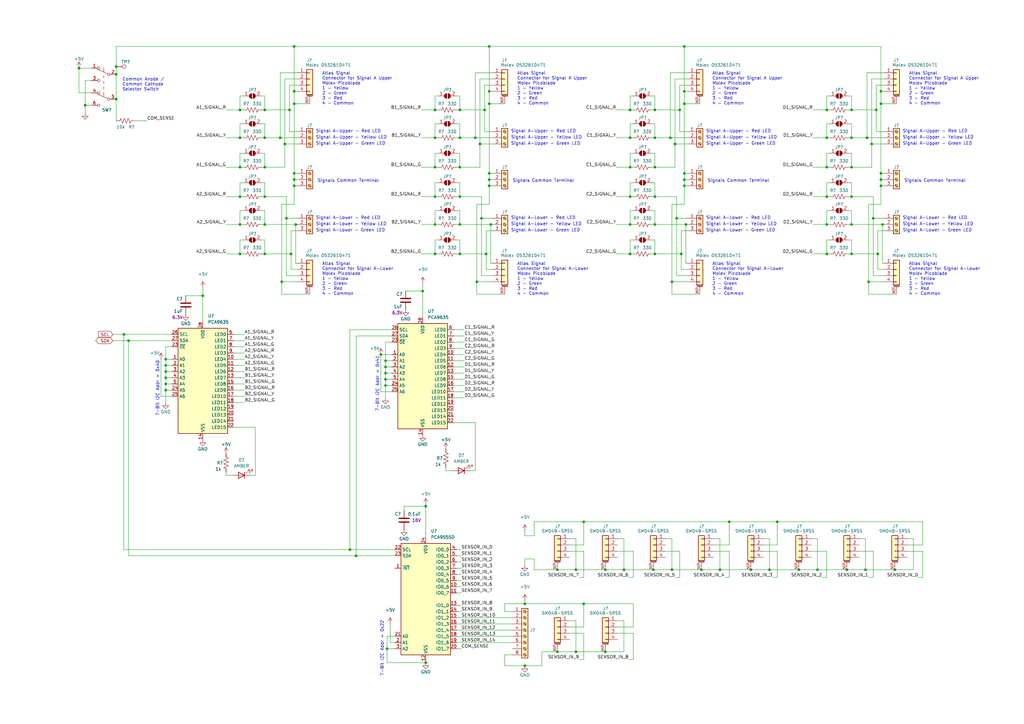
<source format=kicad_sch>
(kicad_sch (version 20211123) (generator eeschema)
  (paper "A3")
  (junction (at 108.585 80.645))
  (junction (at 268.605 80.645))
  (junction (at 34.925 43.18))
  (junction (at 339.09 80.645))
  (junction (at 158.115 155.575))
  (junction (at 239.395 213.995))
  (junction (at 195.58 115.57))
  (junction (at 178.435 68.58))
  (junction (at 119.38 104.14))
  (junction (at 120.65 76.2))
  (junction (at 32.385 27.94))
  (junction (at 188.595 80.645))
  (junction (at 335.28 233.68))
  (junction (at 239.395 247.65))
  (junction (at 194.945 56.515))
  (junction (at 108.585 45.085))
  (junction (at 178.435 56.515))
  (junction (at 120.65 42.545))
  (junction (at 361.315 37.465))
  (junction (at 280.67 19.05))
  (junction (at 315.595 233.68))
  (junction (at 188.595 104.14))
  (junction (at 158.75 266.065))
  (junction (at 268.605 56.515))
  (junction (at 228.6 233.68))
  (junction (at 67.945 157.48))
  (junction (at 299.085 213.995))
  (junction (at 178.435 92.075))
  (junction (at 108.585 56.515))
  (junction (at 359.41 45.085))
  (junction (at 361.315 71.12))
  (junction (at 358.14 89.535))
  (junction (at 120.65 71.12))
  (junction (at 236.22 233.68))
  (junction (at 98.425 68.58))
  (junction (at 83.185 121.285))
  (junction (at 174.625 271.78))
  (junction (at 178.435 104.14))
  (junction (at 357.505 59.055))
  (junction (at 349.25 68.58))
  (junction (at 327.66 233.68))
  (junction (at 258.445 80.645))
  (junction (at 281.305 92.075))
  (junction (at 347.345 233.68))
  (junction (at 200.66 37.465))
  (junction (at 47.625 27.305))
  (junction (at 98.425 80.645))
  (junction (at 201.295 92.075))
  (junction (at 280.67 76.2))
  (junction (at 258.445 92.075))
  (junction (at 215.265 273.05))
  (junction (at 188.595 68.58))
  (junction (at 349.25 104.14))
  (junction (at 307.975 233.68))
  (junction (at 188.595 92.075))
  (junction (at 267.97 233.68))
  (junction (at 356.235 115.57))
  (junction (at 67.945 152.4))
  (junction (at 47.625 30.48))
  (junction (at 178.435 45.085))
  (junction (at 268.605 68.58))
  (junction (at 258.445 68.58))
  (junction (at 215.265 247.65))
  (junction (at 339.09 92.075))
  (junction (at 199.39 104.14))
  (junction (at 354.965 233.68))
  (junction (at 287.655 233.68))
  (junction (at 349.25 45.085))
  (junction (at 258.445 104.14))
  (junction (at 361.95 92.075))
  (junction (at 200.66 19.05))
  (junction (at 108.585 92.075))
  (junction (at 258.445 45.085))
  (junction (at 228.6 267.335))
  (junction (at 367.03 233.68))
  (junction (at 248.285 267.335))
  (junction (at 275.59 115.57))
  (junction (at 156.21 145.415))
  (junction (at 120.65 19.05))
  (junction (at 361.315 42.545))
  (junction (at 98.425 56.515))
  (junction (at 50.8 137.16))
  (junction (at 277.495 89.535))
  (junction (at 255.905 233.68))
  (junction (at 280.67 71.12))
  (junction (at 248.285 233.68))
  (junction (at 198.755 45.085))
  (junction (at 158.115 153.035))
  (junction (at 67.945 154.94))
  (junction (at 200.66 42.545))
  (junction (at 158.115 147.955))
  (junction (at 339.09 56.515))
  (junction (at 236.22 267.335))
  (junction (at 174.625 207.645))
  (junction (at 276.86 59.055))
  (junction (at 143.51 225.425))
  (junction (at 108.585 68.58))
  (junction (at 196.85 59.055))
  (junction (at 178.435 80.645))
  (junction (at 274.955 56.515))
  (junction (at 108.585 104.14))
  (junction (at 52.705 139.7))
  (junction (at 98.425 92.075))
  (junction (at 268.605 104.14))
  (junction (at 200.66 76.2))
  (junction (at 361.315 76.2))
  (junction (at 349.25 92.075))
  (junction (at 279.4 104.14))
  (junction (at 98.425 104.14))
  (junction (at 200.66 73.66))
  (junction (at 278.765 45.085))
  (junction (at 98.425 45.085))
  (junction (at 120.65 37.465))
  (junction (at 360.045 104.14))
  (junction (at 200.66 71.12))
  (junction (at 268.605 45.085))
  (junction (at 349.25 80.645))
  (junction (at 349.25 56.515))
  (junction (at 116.84 59.055))
  (junction (at 361.315 73.66))
  (junction (at 67.945 147.32))
  (junction (at 258.445 56.515))
  (junction (at 280.67 42.545))
  (junction (at 355.6 56.515))
  (junction (at 280.67 37.465))
  (junction (at 197.485 89.535))
  (junction (at 318.77 213.995))
  (junction (at 120.65 73.66))
  (junction (at 115.57 115.57))
  (junction (at 146.05 227.965))
  (junction (at 114.935 56.515))
  (junction (at 188.595 56.515))
  (junction (at 275.59 233.68))
  (junction (at 158.115 158.115))
  (junction (at 268.605 92.075))
  (junction (at 295.275 233.68))
  (junction (at 47.625 40.64))
  (junction (at 339.09 104.14))
  (junction (at 158.115 150.495))
  (junction (at 121.285 92.075))
  (junction (at 67.945 149.86))
  (junction (at 173.355 119.38))
  (junction (at 339.09 45.085))
  (junction (at 339.09 68.58))
  (junction (at 280.67 73.66))
  (junction (at 118.745 45.085))
  (junction (at 188.595 45.085))
  (junction (at 117.475 89.535))
  (junction (at 67.945 160.02))
  (wire (pts (xy 107.315 50.8) (xy 108.585 50.8)))
  (wire (pts (xy 280.67 37.465) (xy 280.67 19.05)))
  (wire (pts (xy 98.425 56.515) (xy 99.695 56.515)))
  (wire (pts (xy 174.625 207.645) (xy 174.625 220.345)))
  (wire (pts (xy 340.36 86.36) (xy 339.09 86.36)))
  (wire (pts (xy 100.33 162.56) (xy 95.885 162.56)))
  (wire (pts (xy 356.235 115.57) (xy 356.235 120.65)))
  (wire (pts (xy 276.86 59.055) (xy 276.86 68.58)))
  (wire (pts (xy 357.505 32.385) (xy 357.505 59.055)))
  (wire (pts (xy 207.01 247.65) (xy 207.01 250.825)))
  (wire (pts (xy 172.72 68.58) (xy 178.435 68.58)))
  (wire (pts (xy 194.945 193.04) (xy 193.04 193.04)))
  (wire (pts (xy 121.92 59.055) (xy 116.84 59.055)))
  (wire (pts (xy 347.98 86.36) (xy 349.25 86.36)))
  (wire (pts (xy 187.325 258.445) (xy 210.185 258.445)))
  (wire (pts (xy 196.85 59.055) (xy 196.85 68.58)))
  (wire (pts (xy 239.395 213.995) (xy 239.395 223.52)))
  (wire (pts (xy 215.265 229.235) (xy 215.265 231.775)))
  (wire (pts (xy 107.315 92.075) (xy 108.585 92.075)))
  (wire (pts (xy 115.57 120.65) (xy 127 120.65)))
  (wire (pts (xy 47.625 40.64) (xy 47.625 49.53)))
  (wire (pts (xy 355.6 29.845) (xy 355.6 56.515)))
  (wire (pts (xy 278.765 226.06) (xy 273.05 226.06)))
  (wire (pts (xy 104.775 175.26) (xy 104.775 194.945)))
  (wire (pts (xy 187.325 45.085) (xy 188.595 45.085)))
  (wire (pts (xy 252.73 45.085) (xy 258.445 45.085)))
  (wire (pts (xy 259.715 62.865) (xy 258.445 62.865)))
  (wire (pts (xy 333.375 104.14) (xy 339.09 104.14)))
  (wire (pts (xy 98.425 104.14) (xy 99.695 104.14)))
  (wire (pts (xy 349.25 104.14) (xy 360.045 104.14)))
  (wire (pts (xy 207.01 250.825) (xy 210.185 250.825)))
  (wire (pts (xy 190.5 153.035) (xy 186.055 153.035)))
  (wire (pts (xy 280.67 42.545) (xy 280.67 71.12)))
  (wire (pts (xy 257.81 236.855) (xy 259.715 236.855)))
  (wire (pts (xy 362.585 29.845) (xy 355.6 29.845)))
  (wire (pts (xy 173.355 116.205) (xy 173.355 119.38)))
  (wire (pts (xy 200.66 37.465) (xy 200.66 42.545)))
  (wire (pts (xy 107.315 104.14) (xy 108.585 104.14)))
  (wire (pts (xy 120.65 42.545) (xy 120.65 71.12)))
  (wire (pts (xy 222.25 267.335) (xy 228.6 267.335)))
  (wire (pts (xy 275.59 120.65) (xy 287.02 120.65)))
  (wire (pts (xy 339.09 92.075) (xy 340.36 92.075)))
  (wire (pts (xy 120.65 76.2) (xy 120.65 83.82)))
  (wire (pts (xy 119.38 94.615) (xy 121.92 94.615)))
  (wire (pts (xy 219.075 213.995) (xy 219.075 219.71)))
  (wire (pts (xy 158.115 153.035) (xy 158.115 150.495)))
  (wire (pts (xy 275.59 115.57) (xy 275.59 120.65)))
  (wire (pts (xy 281.94 29.845) (xy 274.955 29.845)))
  (wire (pts (xy 277.495 80.645) (xy 277.495 89.535)))
  (wire (pts (xy 99.695 62.865) (xy 98.425 62.865)))
  (wire (pts (xy 268.605 50.8) (xy 268.605 56.515)))
  (wire (pts (xy 37.465 33.02) (xy 34.925 33.02)))
  (wire (pts (xy 67.945 142.24) (xy 67.945 147.32)))
  (wire (pts (xy 34.925 43.18) (xy 34.925 46.355)))
  (wire (pts (xy 337.185 236.855) (xy 339.09 236.855)))
  (wire (pts (xy 189.23 266.065) (xy 187.325 266.065)))
  (wire (pts (xy 362.585 110.49) (xy 360.045 110.49)))
  (wire (pts (xy 197.485 80.645) (xy 197.485 89.535)))
  (wire (pts (xy 198.755 34.925) (xy 198.755 45.085)))
  (wire (pts (xy 67.945 147.32) (xy 70.485 147.32)))
  (wire (pts (xy 295.275 220.98) (xy 292.735 220.98)))
  (wire (pts (xy 362.585 113.03) (xy 358.14 113.03)))
  (wire (pts (xy 172.72 45.085) (xy 178.435 45.085)))
  (wire (pts (xy 287.655 233.68) (xy 275.59 233.68)))
  (wire (pts (xy 146.05 137.795) (xy 146.05 227.965)))
  (wire (pts (xy 267.335 80.645) (xy 268.605 80.645)))
  (wire (pts (xy 195.58 120.65) (xy 207.01 120.65)))
  (wire (pts (xy 349.25 92.075) (xy 361.95 92.075)))
  (wire (pts (xy 267.335 98.425) (xy 268.605 98.425)))
  (wire (pts (xy 187.325 260.985) (xy 210.185 260.985)))
  (wire (pts (xy 188.595 80.645) (xy 197.485 80.645)))
  (wire (pts (xy 158.115 158.115) (xy 160.655 158.115)))
  (wire (pts (xy 356.235 120.65) (xy 367.665 120.65)))
  (wire (pts (xy 327.66 233.68) (xy 335.28 233.68)))
  (wire (pts (xy 107.315 45.085) (xy 108.585 45.085)))
  (wire (pts (xy 120.65 19.05) (xy 47.625 19.05)))
  (wire (pts (xy 307.975 233.68) (xy 315.595 233.68)))
  (wire (pts (xy 189.23 240.665) (xy 187.325 240.665)))
  (wire (pts (xy 52.705 139.7) (xy 70.485 139.7)))
  (wire (pts (xy 98.425 92.075) (xy 99.695 92.075)))
  (wire (pts (xy 327.66 233.68) (xy 315.595 233.68)))
  (wire (pts (xy 259.715 226.06) (xy 259.715 236.855)))
  (wire (pts (xy 295.275 220.98) (xy 295.275 233.68)))
  (wire (pts (xy 187.325 56.515) (xy 188.595 56.515)))
  (wire (pts (xy 189.23 227.965) (xy 187.325 227.965)))
  (wire (pts (xy 52.705 139.7) (xy 52.705 227.965)))
  (wire (pts (xy 228.6 233.68) (xy 236.22 233.68)))
  (wire (pts (xy 361.315 73.66) (xy 362.585 73.66)))
  (wire (pts (xy 268.605 45.085) (xy 278.765 45.085)))
  (wire (pts (xy 100.33 137.16) (xy 95.885 137.16)))
  (wire (pts (xy 239.395 257.175) (xy 233.68 257.175)))
  (wire (pts (xy 158.115 150.495) (xy 160.655 150.495)))
  (wire (pts (xy 121.285 92.075) (xy 121.92 92.075)))
  (wire (pts (xy 187.325 68.58) (xy 188.595 68.58)))
  (wire (pts (xy 355.6 56.515) (xy 362.585 56.515)))
  (wire (pts (xy 257.81 270.51) (xy 259.715 270.51)))
  (wire (pts (xy 278.765 45.085) (xy 278.765 53.975)))
  (wire (pts (xy 347.98 56.515) (xy 349.25 56.515)))
  (wire (pts (xy 267.335 86.36) (xy 268.605 86.36)))
  (wire (pts (xy 259.715 257.175) (xy 253.365 257.175)))
  (wire (pts (xy 276.86 32.385) (xy 276.86 59.055)))
  (wire (pts (xy 299.085 213.995) (xy 239.395 213.995)))
  (wire (pts (xy 236.22 254.635) (xy 233.68 254.635)))
  (wire (pts (xy 32.385 38.1) (xy 37.465 38.1)))
  (wire (pts (xy 361.315 76.2) (xy 362.585 76.2)))
  (wire (pts (xy 121.92 110.49) (xy 119.38 110.49)))
  (wire (pts (xy 378.46 223.52) (xy 378.46 213.995)))
  (wire (pts (xy 347.98 80.645) (xy 349.25 80.645)))
  (wire (pts (xy 83.185 121.285) (xy 83.185 132.08)))
  (wire (pts (xy 237.49 270.51) (xy 239.395 270.51)))
  (wire (pts (xy 277.495 113.03) (xy 277.495 89.535)))
  (wire (pts (xy 222.25 267.335) (xy 222.25 273.05)))
  (wire (pts (xy 99.695 86.36) (xy 98.425 86.36)))
  (wire (pts (xy 160.655 135.255) (xy 143.51 135.255)))
  (wire (pts (xy 108.585 50.8) (xy 108.585 56.515)))
  (wire (pts (xy 160.655 160.655) (xy 156.21 160.655)))
  (wire (pts (xy 347.345 233.68) (xy 354.965 233.68)))
  (wire (pts (xy 108.585 39.37) (xy 108.585 45.085)))
  (wire (pts (xy 98.425 98.425) (xy 98.425 104.14)))
  (wire (pts (xy 189.23 233.045) (xy 187.325 233.045)))
  (wire (pts (xy 376.555 236.855) (xy 378.46 236.855)))
  (wire (pts (xy 374.65 220.98) (xy 372.11 220.98)))
  (wire (pts (xy 198.755 45.085) (xy 198.755 53.975)))
  (wire (pts (xy 278.765 236.855) (xy 278.765 226.06)))
  (wire (pts (xy 158.115 147.955) (xy 160.655 147.955)))
  (wire (pts (xy 340.36 98.425) (xy 339.09 98.425)))
  (wire (pts (xy 239.395 236.855) (xy 239.395 226.06)))
  (wire (pts (xy 200.66 37.465) (xy 200.66 19.05)))
  (wire (pts (xy 108.585 98.425) (xy 108.585 104.14)))
  (wire (pts (xy 228.6 267.335) (xy 236.22 267.335)))
  (wire (pts (xy 287.655 233.68) (xy 295.275 233.68)))
  (wire (pts (xy 158.115 140.335) (xy 158.115 147.955)))
  (wire (pts (xy 268.605 104.14) (xy 279.4 104.14)))
  (wire (pts (xy 340.36 62.865) (xy 339.09 62.865)))
  (wire (pts (xy 267.97 233.68) (xy 275.59 233.68)))
  (wire (pts (xy 255.905 254.635) (xy 255.905 267.335)))
  (wire (pts (xy 362.585 71.12) (xy 361.315 71.12)))
  (wire (pts (xy 47.625 27.305) (xy 47.625 30.48)))
  (wire (pts (xy 143.51 225.425) (xy 161.925 225.425)))
  (wire (pts (xy 172.72 56.515) (xy 178.435 56.515)))
  (wire (pts (xy 188.595 98.425) (xy 188.595 104.14)))
  (wire (pts (xy 197.485 89.535) (xy 201.93 89.535)))
  (wire (pts (xy 268.605 86.36) (xy 268.605 92.075)))
  (wire (pts (xy 120.65 71.12) (xy 120.65 73.66)))
  (wire (pts (xy 299.085 226.06) (xy 299.085 236.855)))
  (wire (pts (xy 201.295 92.075) (xy 201.93 92.075)))
  (wire (pts (xy 188.595 39.37) (xy 188.595 45.085)))
  (wire (pts (xy 47.625 19.05) (xy 47.625 27.305)))
  (wire (pts (xy 118.745 45.085) (xy 118.745 53.975)))
  (wire (pts (xy 349.25 56.515) (xy 355.6 56.515)))
  (wire (pts (xy 318.77 213.995) (xy 318.77 223.52)))
  (wire (pts (xy 255.905 220.98) (xy 253.365 220.98)))
  (wire (pts (xy 121.92 29.845) (xy 114.935 29.845)))
  (wire (pts (xy 67.945 147.32) (xy 67.945 149.86)))
  (wire (pts (xy 115.57 115.57) (xy 115.57 120.65)))
  (wire (pts (xy 189.23 238.125) (xy 187.325 238.125)))
  (wire (pts (xy 158.75 266.065) (xy 158.75 271.78)))
  (wire (pts (xy 215.265 273.05) (xy 207.01 273.05)))
  (wire (pts (xy 118.745 53.975) (xy 121.92 53.975)))
  (wire (pts (xy 258.445 74.93) (xy 258.445 80.645)))
  (wire (pts (xy 318.77 213.995) (xy 299.085 213.995)))
  (wire (pts (xy 32.385 27.94) (xy 37.465 27.94)))
  (wire (pts (xy 108.585 92.075) (xy 121.285 92.075)))
  (wire (pts (xy 349.25 74.93) (xy 349.25 80.645)))
  (wire (pts (xy 188.595 86.36) (xy 188.595 92.075)))
  (wire (pts (xy 200.66 76.2) (xy 200.66 83.82)))
  (wire (pts (xy 60.325 49.53) (xy 55.245 49.53)))
  (wire (pts (xy 267.335 74.93) (xy 268.605 74.93)))
  (wire (pts (xy 186.055 173.355) (xy 194.945 173.355)))
  (wire (pts (xy 362.585 59.055) (xy 357.505 59.055)))
  (wire (pts (xy 268.605 62.865) (xy 268.605 68.58)))
  (wire (pts (xy 362.585 34.925) (xy 359.41 34.925)))
  (wire (pts (xy 239.395 247.65) (xy 259.715 247.65)))
  (wire (pts (xy 98.425 39.37) (xy 98.425 45.085)))
  (wire (pts (xy 172.72 80.645) (xy 178.435 80.645)))
  (wire (pts (xy 361.315 42.545) (xy 367.665 42.545)))
  (wire (pts (xy 274.955 56.515) (xy 281.94 56.515)))
  (wire (pts (xy 258.445 98.425) (xy 258.445 104.14)))
  (wire (pts (xy 239.395 270.51) (xy 239.395 259.715)))
  (wire (pts (xy 187.325 86.36) (xy 188.595 86.36)))
  (wire (pts (xy 99.695 74.93) (xy 98.425 74.93)))
  (wire (pts (xy 339.09 56.515) (xy 340.36 56.515)))
  (wire (pts (xy 158.115 153.035) (xy 160.655 153.035)))
  (wire (pts (xy 34.925 43.18) (xy 37.465 43.18)))
  (wire (pts (xy 258.445 45.085) (xy 259.715 45.085)))
  (wire (pts (xy 201.93 71.12) (xy 200.66 71.12)))
  (wire (pts (xy 195.58 83.82) (xy 200.66 83.82)))
  (wire (pts (xy 100.33 147.32) (xy 95.885 147.32)))
  (wire (pts (xy 118.745 34.925) (xy 118.745 45.085)))
  (wire (pts (xy 187.325 98.425) (xy 188.595 98.425)))
  (wire (pts (xy 199.39 110.49) (xy 199.39 104.14)))
  (wire (pts (xy 362.585 115.57) (xy 356.235 115.57)))
  (wire (pts (xy 361.315 73.66) (xy 361.315 76.2)))
  (wire (pts (xy 335.28 220.98) (xy 332.74 220.98)))
  (wire (pts (xy 160.655 137.795) (xy 146.05 137.795)))
  (wire (pts (xy 178.435 62.865) (xy 178.435 68.58)))
  (wire (pts (xy 187.325 74.93) (xy 188.595 74.93)))
  (wire (pts (xy 121.92 71.12) (xy 120.65 71.12)))
  (wire (pts (xy 198.755 53.975) (xy 201.93 53.975)))
  (wire (pts (xy 359.41 53.975) (xy 362.585 53.975)))
  (wire (pts (xy 120.65 37.465) (xy 120.65 19.05)))
  (wire (pts (xy 292.735 223.52) (xy 299.085 223.52)))
  (wire (pts (xy 361.315 37.465) (xy 361.315 19.05)))
  (wire (pts (xy 195.58 115.57) (xy 195.58 120.65)))
  (wire (pts (xy 158.115 150.495) (xy 158.115 147.955)))
  (wire (pts (xy 190.5 160.655) (xy 186.055 160.655)))
  (wire (pts (xy 189.23 235.585) (xy 187.325 235.585)))
  (wire (pts (xy 187.325 50.8) (xy 188.595 50.8)))
  (wire (pts (xy 188.595 74.93) (xy 188.595 80.645)))
  (wire (pts (xy 360.045 94.615) (xy 362.585 94.615)))
  (wire (pts (xy 187.325 255.905) (xy 210.185 255.905)))
  (wire (pts (xy 50.8 225.425) (xy 143.51 225.425)))
  (wire (pts (xy 179.705 86.36) (xy 178.435 86.36)))
  (wire (pts (xy 349.25 39.37) (xy 349.25 45.085)))
  (wire (pts (xy 187.325 253.365) (xy 210.185 253.365)))
  (wire (pts (xy 207.01 268.605) (xy 207.01 273.05)))
  (wire (pts (xy 275.59 83.82) (xy 280.67 83.82)))
  (wire (pts (xy 178.435 80.645) (xy 179.705 80.645)))
  (wire (pts (xy 378.46 213.995) (xy 318.77 213.995)))
  (wire (pts (xy 219.075 229.235) (xy 215.265 229.235)))
  (wire (pts (xy 47.625 30.48) (xy 47.625 40.64)))
  (wire (pts (xy 357.505 59.055) (xy 357.505 68.58)))
  (wire (pts (xy 188.595 56.515) (xy 194.945 56.515)))
  (wire (pts (xy 200.66 76.2) (xy 201.93 76.2)))
  (wire (pts (xy 200.66 71.12) (xy 200.66 73.66)))
  (wire (pts (xy 108.585 104.14) (xy 119.38 104.14)))
  (wire (pts (xy 188.595 104.14) (xy 199.39 104.14)))
  (wire (pts (xy 178.435 45.085) (xy 179.705 45.085)))
  (wire (pts (xy 120.65 42.545) (xy 127 42.545)))
  (wire (pts (xy 255.905 220.98) (xy 255.905 233.68)))
  (wire (pts (xy 67.945 157.48) (xy 70.485 157.48)))
  (wire (pts (xy 347.98 50.8) (xy 349.25 50.8)))
  (wire (pts (xy 197.485 113.03) (xy 197.485 89.535)))
  (wire (pts (xy 239.395 223.52) (xy 233.68 223.52)))
  (wire (pts (xy 253.365 226.06) (xy 259.715 226.06)))
  (wire (pts (xy 219.075 233.68) (xy 219.075 229.235)))
  (wire (pts (xy 156.21 145.415) (xy 160.655 145.415)))
  (wire (pts (xy 120.65 37.465) (xy 120.65 42.545)))
  (wire (pts (xy 367.03 233.68) (xy 354.965 233.68)))
  (wire (pts (xy 189.23 250.825) (xy 187.325 250.825)))
  (wire (pts (xy 268.605 92.075) (xy 281.305 92.075)))
  (wire (pts (xy 108.585 68.58) (xy 116.84 68.58)))
  (wire (pts (xy 347.98 68.58) (xy 349.25 68.58)))
  (wire (pts (xy 349.25 62.865) (xy 349.25 68.58)))
  (wire (pts (xy 67.945 152.4) (xy 67.945 149.86)))
  (wire (pts (xy 158.115 155.575) (xy 158.115 153.035)))
  (wire (pts (xy 172.72 104.14) (xy 178.435 104.14)))
  (wire (pts (xy 194.945 56.515) (xy 201.93 56.515)))
  (wire (pts (xy 160.02 255.905) (xy 160.02 263.525)))
  (wire (pts (xy 116.84 59.055) (xy 116.84 68.58)))
  (wire (pts (xy 252.73 104.14) (xy 258.445 104.14)))
  (wire (pts (xy 356.235 115.57) (xy 356.235 83.82)))
  (wire (pts (xy 248.285 233.68) (xy 255.905 233.68)))
  (wire (pts (xy 318.77 236.855) (xy 318.77 226.06)))
  (wire (pts (xy 189.23 248.285) (xy 187.325 248.285)))
  (wire (pts (xy 360.045 110.49) (xy 360.045 104.14)))
  (wire (pts (xy 259.715 50.8) (xy 258.445 50.8)))
  (wire (pts (xy 190.5 147.955) (xy 186.055 147.955)))
  (wire (pts (xy 99.695 98.425) (xy 98.425 98.425)))
  (wire (pts (xy 361.95 92.075) (xy 362.585 92.075)))
  (wire (pts (xy 189.23 230.505) (xy 187.325 230.505)))
  (wire (pts (xy 200.66 73.66) (xy 200.66 76.2)))
  (wire (pts (xy 121.92 34.925) (xy 118.745 34.925)))
  (wire (pts (xy 252.73 68.58) (xy 258.445 68.58)))
  (wire (pts (xy 98.425 74.93) (xy 98.425 80.645)))
  (wire (pts (xy 362.585 37.465) (xy 361.315 37.465)))
  (wire (pts (xy 281.94 71.12) (xy 280.67 71.12)))
  (wire (pts (xy 120.65 73.66) (xy 121.92 73.66)))
  (wire (pts (xy 108.585 56.515) (xy 114.935 56.515)))
  (wire (pts (xy 117.475 113.03) (xy 117.475 89.535)))
  (wire (pts (xy 279.4 110.49) (xy 279.4 104.14)))
  (wire (pts (xy 258.445 80.645) (xy 259.715 80.645)))
  (wire (pts (xy 114.935 56.515) (xy 121.92 56.515)))
  (wire (pts (xy 367.03 233.68) (xy 374.65 233.68)))
  (wire (pts (xy 119.38 110.49) (xy 119.38 104.14)))
  (wire (pts (xy 315.595 220.98) (xy 313.055 220.98)))
  (wire (pts (xy 182.88 193.04) (xy 185.42 193.04)))
  (wire (pts (xy 239.395 226.06) (xy 233.68 226.06)))
  (wire (pts (xy 258.445 62.865) (xy 258.445 68.58)))
  (wire (pts (xy 215.265 219.71) (xy 215.265 217.805)))
  (wire (pts (xy 201.93 59.055) (xy 196.85 59.055)))
  (wire (pts (xy 358.14 80.645) (xy 358.14 89.535)))
  (wire (pts (xy 252.73 92.075) (xy 258.445 92.075)))
  (wire (pts (xy 190.5 145.415) (xy 186.055 145.415)))
  (wire (pts (xy 276.86 236.855) (xy 278.765 236.855)))
  (wire (pts (xy 100.33 160.02) (xy 95.885 160.02)))
  (wire (pts (xy 307.975 233.68) (xy 295.275 233.68)))
  (wire (pts (xy 188.595 92.075) (xy 201.295 92.075)))
  (wire (pts (xy 67.945 154.94) (xy 67.945 152.4)))
  (wire (pts (xy 347.98 104.14) (xy 349.25 104.14)))
  (wire (pts (xy 121.92 113.03) (xy 117.475 113.03)))
  (wire (pts (xy 178.435 56.515) (xy 179.705 56.515)))
  (wire (pts (xy 188.595 68.58) (xy 196.85 68.58)))
  (wire (pts (xy 199.39 104.14) (xy 199.39 94.615)))
  (wire (pts (xy 349.25 50.8) (xy 349.25 56.515)))
  (wire (pts (xy 117.475 80.645) (xy 117.475 89.535)))
  (wire (pts (xy 119.38 104.14) (xy 119.38 94.615)))
  (wire (pts (xy 358.14 89.535) (xy 362.585 89.535)))
  (wire (pts (xy 347.98 45.085) (xy 349.25 45.085)))
  (wire (pts (xy 182.88 191.77) (xy 182.88 193.04)))
  (wire (pts (xy 280.67 42.545) (xy 287.02 42.545)))
  (wire (pts (xy 200.66 42.545) (xy 207.01 42.545)))
  (wire (pts (xy 280.67 19.05) (xy 361.315 19.05)))
  (wire (pts (xy 359.41 45.085) (xy 359.41 53.975)))
  (wire (pts (xy 187.325 80.645) (xy 188.595 80.645)))
  (wire (pts (xy 178.435 98.425) (xy 178.435 104.14)))
  (wire (pts (xy 297.18 236.855) (xy 299.085 236.855)))
  (wire (pts (xy 67.945 149.86) (xy 70.485 149.86)))
  (wire (pts (xy 267.335 68.58) (xy 268.605 68.58)))
  (wire (pts (xy 201.93 37.465) (xy 200.66 37.465)))
  (wire (pts (xy 274.955 29.845) (xy 274.955 56.515)))
  (wire (pts (xy 339.09 62.865) (xy 339.09 68.58)))
  (wire (pts (xy 116.84 32.385) (xy 116.84 59.055)))
  (wire (pts (xy 188.595 45.085) (xy 198.755 45.085)))
  (wire (pts (xy 280.67 73.66) (xy 280.67 76.2)))
  (wire (pts (xy 174.625 271.78) (xy 174.625 271.145)))
  (wire (pts (xy 280.67 71.12) (xy 280.67 73.66)))
  (wire (pts (xy 347.98 92.075) (xy 349.25 92.075)))
  (wire (pts (xy 108.585 74.93) (xy 108.585 80.645)))
  (wire (pts (xy 107.315 39.37) (xy 108.585 39.37)))
  (wire (pts (xy 67.945 152.4) (xy 70.485 152.4)))
  (wire (pts (xy 277.495 89.535) (xy 281.94 89.535)))
  (wire (pts (xy 200.66 42.545) (xy 200.66 71.12)))
  (wire (pts (xy 190.5 135.255) (xy 186.055 135.255)))
  (wire (pts (xy 46.355 139.7) (xy 52.705 139.7)))
  (wire (pts (xy 195.58 115.57) (xy 195.58 83.82)))
  (wire (pts (xy 158.75 271.78) (xy 174.625 271.78)))
  (wire (pts (xy 267.335 45.085) (xy 268.605 45.085)))
  (wire (pts (xy 248.285 267.335) (xy 255.905 267.335)))
  (wire (pts (xy 267.97 233.68) (xy 255.905 233.68)))
  (wire (pts (xy 179.705 62.865) (xy 178.435 62.865)))
  (wire (pts (xy 107.315 62.865) (xy 108.585 62.865)))
  (wire (pts (xy 236.22 254.635) (xy 236.22 267.335)))
  (wire (pts (xy 46.355 137.16) (xy 50.8 137.16)))
  (wire (pts (xy 158.115 163.195) (xy 158.115 158.115)))
  (wire (pts (xy 339.09 86.36) (xy 339.09 92.075)))
  (wire (pts (xy 156.21 160.655) (xy 156.21 145.415)))
  (wire (pts (xy 178.435 86.36) (xy 178.435 92.075)))
  (wire (pts (xy 172.72 92.075) (xy 178.435 92.075)))
  (wire (pts (xy 372.11 223.52) (xy 378.46 223.52)))
  (wire (pts (xy 258.445 86.36) (xy 258.445 92.075)))
  (wire (pts (xy 280.67 37.465) (xy 280.67 42.545)))
  (wire (pts (xy 98.425 45.085) (xy 99.695 45.085)))
  (wire (pts (xy 222.25 273.05) (xy 215.265 273.05)))
  (wire (pts (xy 299.085 223.52) (xy 299.085 213.995)))
  (wire (pts (xy 347.98 74.93) (xy 349.25 74.93)))
  (wire (pts (xy 362.585 32.385) (xy 357.505 32.385)))
  (wire (pts (xy 99.695 50.8) (xy 98.425 50.8)))
  (wire (pts (xy 360.045 104.14) (xy 360.045 94.615)))
  (wire (pts (xy 114.935 29.845) (xy 114.935 56.515)))
  (wire (pts (xy 200.66 73.66) (xy 201.93 73.66)))
  (wire (pts (xy 349.25 80.645) (xy 358.14 80.645)))
  (wire (pts (xy 258.445 68.58) (xy 259.715 68.58)))
  (wire (pts (xy 201.93 29.845) (xy 194.945 29.845)))
  (wire (pts (xy 107.315 74.93) (xy 108.585 74.93)))
  (wire (pts (xy 259.715 247.65) (xy 259.715 257.175)))
  (wire (pts (xy 108.585 80.645) (xy 117.475 80.645)))
  (wire (pts (xy 280.67 76.2) (xy 281.94 76.2)))
  (wire (pts (xy 267.335 39.37) (xy 268.605 39.37)))
  (wire (pts (xy 252.73 56.515) (xy 258.445 56.515)))
  (wire (pts (xy 359.41 34.925) (xy 359.41 45.085)))
  (wire (pts (xy 200.66 19.05) (xy 280.67 19.05)))
  (wire (pts (xy 268.605 39.37) (xy 268.605 45.085)))
  (wire (pts (xy 107.315 98.425) (xy 108.585 98.425)))
  (wire (pts (xy 268.605 80.645) (xy 277.495 80.645)))
  (wire (pts (xy 239.395 259.715) (xy 233.68 259.715)))
  (wire (pts (xy 189.23 225.425) (xy 187.325 225.425)))
  (wire (pts (xy 248.285 267.335) (xy 236.22 267.335)))
  (wire (pts (xy 158.75 266.065) (xy 161.925 266.065)))
  (wire (pts (xy 253.365 259.715) (xy 259.715 259.715)))
  (wire (pts (xy 248.285 233.68) (xy 236.22 233.68)))
  (wire (pts (xy 267.335 104.14) (xy 268.605 104.14)))
  (wire (pts (xy 70.485 162.56) (xy 66.04 162.56)))
  (wire (pts (xy 120.65 73.66) (xy 120.65 76.2)))
  (wire (pts (xy 219.075 219.71) (xy 215.265 219.71)))
  (wire (pts (xy 268.605 98.425) (xy 268.605 104.14)))
  (wire (pts (xy 121.92 32.385) (xy 116.84 32.385)))
  (wire (pts (xy 207.01 268.605) (xy 210.185 268.605)))
  (wire (pts (xy 237.49 236.855) (xy 239.395 236.855)))
  (wire (pts (xy 34.925 33.02) (xy 34.925 43.18)))
  (wire (pts (xy 358.14 236.855) (xy 358.14 226.06)))
  (wire (pts (xy 92.71 194.945) (xy 95.25 194.945)))
  (wire (pts (xy 332.74 226.06) (xy 339.09 226.06)))
  (wire (pts (xy 121.92 37.465) (xy 120.65 37.465)))
  (wire (pts (xy 92.71 193.675) (xy 92.71 194.945)))
  (wire (pts (xy 98.425 62.865) (xy 98.425 68.58)))
  (wire (pts (xy 194.945 173.355) (xy 194.945 193.04)))
  (wire (pts (xy 92.71 92.075) (xy 98.425 92.075)))
  (wire (pts (xy 358.14 226.06) (xy 352.425 226.06)))
  (wire (pts (xy 146.05 227.965) (xy 161.925 227.965)))
  (wire (pts (xy 339.09 68.58) (xy 340.36 68.58)))
  (wire (pts (xy 339.09 80.645) (xy 340.36 80.645)))
  (wire (pts (xy 279.4 104.14) (xy 279.4 94.615)))
  (wire (pts (xy 194.945 29.845) (xy 194.945 56.515)))
  (wire (pts (xy 268.605 56.515) (xy 274.955 56.515)))
  (wire (pts (xy 107.315 80.645) (xy 108.585 80.645)))
  (wire (pts (xy 361.315 37.465) (xy 361.315 42.545)))
  (wire (pts (xy 190.5 158.115) (xy 186.055 158.115)))
  (wire (pts (xy 239.395 247.65) (xy 239.395 257.175)))
  (wire (pts (xy 121.285 107.95) (xy 121.285 92.075)))
  (wire (pts (xy 187.325 92.075) (xy 188.595 92.075)))
  (wire (pts (xy 339.09 226.06) (xy 339.09 236.855)))
  (wire (pts (xy 100.33 152.4) (xy 95.885 152.4)))
  (wire (pts (xy 95.885 175.26) (xy 104.775 175.26)))
  (wire (pts (xy 372.11 226.06) (xy 378.46 226.06)))
  (wire (pts (xy 199.39 94.615) (xy 201.93 94.615)))
  (wire (pts (xy 267.335 92.075) (xy 268.605 92.075)))
  (wire (pts (xy 347.345 233.68) (xy 335.28 233.68)))
  (wire (pts (xy 339.09 74.93) (xy 339.09 80.645)))
  (wire (pts (xy 178.435 68.58) (xy 179.705 68.58)))
  (wire (pts (xy 259.715 74.93) (xy 258.445 74.93)))
  (wire (pts (xy 349.25 86.36) (xy 349.25 92.075)))
  (wire (pts (xy 339.09 104.14) (xy 340.36 104.14)))
  (wire (pts (xy 201.93 107.95) (xy 201.295 107.95)))
  (wire (pts (xy 107.315 56.515) (xy 108.585 56.515)))
  (wire (pts (xy 100.33 157.48) (xy 95.885 157.48)))
  (wire (pts (xy 201.93 115.57) (xy 195.58 115.57)))
  (wire (pts (xy 92.71 104.14) (xy 98.425 104.14)))
  (wire (pts (xy 143.51 135.255) (xy 143.51 225.425)))
  (wire (pts (xy 275.59 220.98) (xy 275.59 233.68)))
  (wire (pts (xy 115.57 115.57) (xy 115.57 83.82)))
  (wire (pts (xy 258.445 104.14) (xy 259.715 104.14)))
  (wire (pts (xy 83.185 118.11) (xy 83.185 121.285)))
  (wire (pts (xy 179.705 74.93) (xy 178.435 74.93)))
  (wire (pts (xy 267.335 56.515) (xy 268.605 56.515)))
  (wire (pts (xy 201.93 110.49) (xy 199.39 110.49)))
  (wire (pts (xy 281.94 37.465) (xy 280.67 37.465)))
  (wire (pts (xy 361.315 71.12) (xy 361.315 73.66)))
  (wire (pts (xy 67.945 160.02) (xy 67.945 157.48)))
  (wire (pts (xy 158.75 260.985) (xy 158.75 266.065)))
  (wire (pts (xy 349.25 45.085) (xy 359.41 45.085)))
  (wire (pts (xy 259.715 39.37) (xy 258.445 39.37)))
  (wire (pts (xy 166.37 119.38) (xy 173.355 119.38)))
  (wire (pts (xy 188.595 50.8) (xy 188.595 56.515)))
  (wire (pts (xy 187.325 39.37) (xy 188.595 39.37)))
  (wire (pts (xy 340.36 74.93) (xy 339.09 74.93)))
  (wire (pts (xy 347.98 39.37) (xy 349.25 39.37)))
  (wire (pts (xy 258.445 56.515) (xy 259.715 56.515)))
  (wire (pts (xy 117.475 89.535) (xy 121.92 89.535)))
  (wire (pts (xy 281.94 34.925) (xy 278.765 34.925)))
  (wire (pts (xy 339.09 45.085) (xy 340.36 45.085)))
  (wire (pts (xy 201.93 32.385) (xy 196.85 32.385)))
  (wire (pts (xy 267.335 62.865) (xy 268.605 62.865)))
  (wire (pts (xy 187.325 62.865) (xy 188.595 62.865)))
  (wire (pts (xy 50.8 137.16) (xy 50.8 225.425)))
  (wire (pts (xy 190.5 137.795) (xy 186.055 137.795)))
  (wire (pts (xy 160.655 140.335) (xy 158.115 140.335)))
  (wire (pts (xy 179.705 50.8) (xy 178.435 50.8)))
  (wire (pts (xy 333.375 45.085) (xy 339.09 45.085)))
  (wire (pts (xy 255.905 254.635) (xy 253.365 254.635)))
  (wire (pts (xy 201.93 34.925) (xy 198.755 34.925)))
  (wire (pts (xy 279.4 94.615) (xy 281.94 94.615)))
  (wire (pts (xy 356.235 236.855) (xy 358.14 236.855)))
  (wire (pts (xy 333.375 68.58) (xy 339.09 68.58)))
  (wire (pts (xy 316.865 236.855) (xy 318.77 236.855)))
  (wire (pts (xy 347.98 62.865) (xy 349.25 62.865)))
  (wire (pts (xy 374.65 220.98) (xy 374.65 233.68)))
  (wire (pts (xy 340.36 39.37) (xy 339.09 39.37)))
  (wire (pts (xy 267.335 50.8) (xy 268.605 50.8)))
  (wire (pts (xy 190.5 155.575) (xy 186.055 155.575)))
  (wire (pts (xy 32.385 27.94) (xy 32.385 38.1)))
  (wire (pts (xy 174.625 207.01) (xy 174.625 207.645)))
  (wire (pts (xy 259.715 86.36) (xy 258.445 86.36)))
  (wire (pts (xy 189.23 243.205) (xy 187.325 243.205)))
  (wire (pts (xy 100.33 154.94) (xy 95.885 154.94)))
  (wire (pts (xy 281.94 107.95) (xy 281.305 107.95)))
  (wire (pts (xy 292.735 226.06) (xy 299.085 226.06)))
  (wire (pts (xy 339.09 50.8) (xy 339.09 56.515)))
  (wire (pts (xy 100.33 165.1) (xy 95.885 165.1)))
  (wire (pts (xy 161.925 260.985) (xy 158.75 260.985)))
  (wire (pts (xy 281.94 113.03) (xy 277.495 113.03)))
  (wire (pts (xy 228.6 233.68) (xy 219.075 233.68)))
  (wire (pts (xy 188.595 62.865) (xy 188.595 68.58)))
  (wire (pts (xy 178.435 74.93) (xy 178.435 80.645)))
  (wire (pts (xy 318.77 223.52) (xy 313.055 223.52)))
  (wire (pts (xy 215.265 246.38) (xy 215.265 247.65)))
  (wire (pts (xy 99.695 39.37) (xy 98.425 39.37)))
  (wire (pts (xy 190.5 142.875) (xy 186.055 142.875)))
  (wire (pts (xy 92.71 45.085) (xy 98.425 45.085)))
  (wire (pts (xy 268.605 68.58) (xy 276.86 68.58)))
  (wire (pts (xy 259.715 98.425) (xy 258.445 98.425)))
  (wire (pts (xy 178.435 50.8) (xy 178.435 56.515)))
  (wire (pts (xy 378.46 226.06) (xy 378.46 236.855)))
  (wire (pts (xy 187.325 104.14) (xy 188.595 104.14)))
  (wire (pts (xy 100.33 149.86) (xy 95.885 149.86)))
  (wire (pts (xy 50.8 137.16) (xy 70.485 137.16)))
  (wire (pts (xy 67.945 154.94) (xy 70.485 154.94)))
  (wire (pts (xy 258.445 39.37) (xy 258.445 45.085)))
  (wire (pts (xy 107.315 68.58) (xy 108.585 68.58)))
  (wire (pts (xy 165.735 207.645) (xy 174.625 207.645)))
  (wire (pts (xy 107.315 86.36) (xy 108.585 86.36)))
  (wire (pts (xy 354.965 220.98) (xy 354.965 233.68)))
  (wire (pts (xy 52.705 227.965) (xy 146.05 227.965)))
  (wire (pts (xy 258.445 92.075) (xy 259.715 92.075)))
  (wire (pts (xy 281.305 107.95) (xy 281.305 92.075)))
  (wire (pts (xy 178.435 39.37) (xy 178.435 45.085)))
  (wire (pts (xy 281.94 115.57) (xy 275.59 115.57)))
  (wire (pts (xy 349.25 68.58) (xy 357.505 68.58)))
  (wire (pts (xy 108.585 86.36) (xy 108.585 92.075)))
  (wire (pts (xy 239.395 213.995) (xy 219.075 213.995)))
  (wire (pts (xy 120.65 19.05) (xy 200.66 19.05)))
  (wire (pts (xy 358.14 113.03) (xy 358.14 89.535)))
  (wire (pts (xy 196.85 32.385) (xy 196.85 59.055)))
  (wire (pts (xy 178.435 92.075) (xy 179.705 92.075)))
  (wire (pts (xy 104.775 194.945) (xy 102.87 194.945)))
  (wire (pts (xy 158.115 155.575) (xy 160.655 155.575)))
  (wire (pts (xy 268.605 74.93) (xy 268.605 80.645)))
  (wire (pts (xy 207.01 247.65) (xy 215.265 247.65)))
  (wire (pts (xy 179.705 98.425) (xy 178.435 98.425)))
  (wire (pts (xy 333.375 56.515) (xy 339.09 56.515)))
  (wire (pts (xy 356.235 83.82) (xy 361.315 83.82)))
  (wire (pts (xy 98.425 68.58) (xy 99.695 68.58)))
  (wire (pts (xy 361.95 107.95) (xy 361.95 92.075)))
  (wire (pts (xy 187.325 263.525) (xy 210.185 263.525)))
  (wire (pts (xy 70.485 142.24) (xy 67.945 142.24)))
  (wire (pts (xy 280.67 73.66) (xy 281.94 73.66)))
  (wire (pts (xy 165.735 209.55) (xy 165.735 207.645)))
  (wire (pts (xy 236.22 220.98) (xy 236.22 233.68)))
  (wire (pts (xy 281.94 110.49) (xy 279.4 110.49)))
  (wire (pts (xy 108.585 62.865) (xy 108.585 68.58)))
  (wire (pts (xy 160.02 263.525) (xy 161.925 263.525)))
  (wire (pts (xy 335.28 220.98) (xy 335.28 233.68)))
  (wire (pts (xy 121.92 107.95) (xy 121.285 107.95)))
  (wire (pts (xy 92.71 80.645) (xy 98.425 80.645)))
  (wire (pts (xy 349.25 98.425) (xy 349.25 104.14)))
  (wire (pts (xy 201.93 113.03) (xy 197.485 113.03)))
  (wire (pts (xy 333.375 80.645) (xy 339.09 80.645)))
  (wire (pts (xy 236.22 220.98) (xy 233.68 220.98)))
  (wire (pts (xy 281.94 59.055) (xy 276.86 59.055)))
  (wire (pts (xy 201.295 107.95) (xy 201.295 92.075)))
  (wire (pts (xy 252.73 80.645) (xy 258.445 80.645)))
  (wire (pts (xy 76.2 121.285) (xy 83.185 121.285)))
  (wire (pts (xy 67.945 160.02) (xy 70.485 160.02)))
  (wire (pts (xy 281.94 32.385) (xy 276.86 32.385)))
  (wire (pts (xy 278.765 34.925) (xy 278.765 45.085)))
  (wire (pts (xy 190.5 163.195) (xy 186.055 163.195)))
  (wire (pts (xy 98.425 86.36) (xy 98.425 92.075)))
  (wire (pts (xy 190.5 140.335) (xy 186.055 140.335)))
  (wire (pts (xy 215.265 247.65) (xy 239.395 247.65)))
  (wire (pts (xy 190.5 150.495) (xy 186.055 150.495)))
  (wire (pts (xy 120.65 76.2) (xy 121.92 76.2)))
  (wire (pts (xy 280.67 76.2) (xy 280.67 83.82)))
  (wire (pts (xy 361.315 42.545) (xy 361.315 71.12)))
  (wire (pts (xy 362.585 107.95) (xy 361.95 107.95)))
  (wire (pts (xy 354.965 220.98) (xy 352.425 220.98)))
  (wire (pts (xy 258.445 50.8) (xy 258.445 56.515)))
  (wire (pts (xy 361.315 76.2) (xy 361.315 83.82)))
  (wire (pts (xy 281.305 92.075) (xy 281.94 92.075)))
  (wire (pts (xy 339.09 98.425) (xy 339.09 104.14)))
  (wire (pts (xy 98.425 50.8) (xy 98.425 56.515)))
  (wire (pts (xy 100.33 139.7) (xy 95.885 139.7)))
  (wire (pts (xy 278.765 53.975) (xy 281.94 53.975)))
  (wire (pts (xy 333.375 92.075) (xy 339.09 92.075)))
  (wire (pts (xy 339.09 39.37) (xy 339.09 45.085)))
  (wire (pts (xy 173.355 119.38) (xy 173.355 130.175)))
  (wire (pts (xy 67.945 165.1) (xy 67.945 160.02)))
  (wire (pts (xy 347.98 98.425) (xy 349.25 98.425)))
  (wire (pts (xy 66.04 162.56) (xy 66.04 147.32)))
  (wire (pts (xy 275.59 220.98) (xy 273.05 220.98)))
  (wire (pts (xy 92.71 56.515) (xy 98.425 56.515)))
  (wire (pts (xy 158.115 158.115) (xy 158.115 155.575)))
  (wire (pts (xy 100.33 142.24) (xy 95.885 142.24)))
  (wire (pts (xy 115.57 83.82) (xy 120.65 83.82)))
  (wire (pts (xy 275.59 115.57) (xy 275.59 83.82)))
  (wire (pts (xy 100.33 144.78) (xy 95.885 144.78)))
  (wire (pts (xy 98.425 80.645) (xy 99.695 80.645)))
  (wire (pts (xy 92.71 68.58) (xy 98.425 68.58)))
  (wire (pts (xy 178.435 104.14) (xy 179.705 104.14)))
  (wire (pts (xy 179.705 39.37) (xy 178.435 39.37)))
  (wire (pts (xy 259.715 259.715) (xy 259.715 270.51)))
  (wire (pts (xy 315.595 220.98) (xy 315.595 233.68)))
  (wire (pts (xy 340.36 50.8) (xy 339.09 50.8)))
  (wire (pts (xy 318.77 226.06) (xy 313.055 226.06)))
  (wire (pts (xy 121.92 115.57) (xy 115.57 115.57)))
  (wire (pts (xy 108.585 45.085) (xy 118.745 45.085)))
  (wire (pts (xy 67.945 157.48) (xy 67.945 154.94)))
  (text "Atlas Signal\nConnector for Signal A-Lower\nMolex Picoblade\n1 - Yellow\n2 - Green\n3 - Red\n4 - Common" (at 292.1 121.285 0) (effects (font (size 1.27 1.27)) (justify left bottom)))
  (text "Signal A-Lower - Green LED" (at 209.55 95.25 0) (effects (font (size 1.27 1.27)) (justify left bottom)))
  (text "Signal A-Lower - Red LED" (at 289.56 90.17 0) (effects (font (size 1.27 1.27)) (justify left bottom)))
  (text "Signals Common Terminal" (at 290.195 74.93 0) (effects (font (size 1.27 1.27)) (justify left bottom)))
  (text "Signal A-Upper - Red LED" (at 289.56 54.61 0) (effects (font (size 1.27 1.27)) (justify left bottom)))
  (text "Signal A-Upper - Green LED" (at 289.56 59.69 0) (effects (font (size 1.27 1.27)) (justify left bottom)))
  (text "Signals Common Terminal" (at 210.185 74.93 0) (effects (font (size 1.27 1.27)) (justify left bottom)))
  (text "Signal A-Upper - Yellow LED" (at 370.205 57.15 0) (effects (font (size 1.27 1.27)) (justify left bottom)))
  (text "Signal A-Lower - Red LED" (at 370.205 90.17 0) (effects (font (size 1.27 1.27)) (justify left bottom)))
  (text "Signal A-Lower - Green LED" (at 289.56 95.25 0) (effects (font (size 1.27 1.27)) (justify left bottom)))
  (text "Signal A-Upper - Red LED" (at 370.205 54.61 0) (effects (font (size 1.27 1.27)) (justify left bottom)))
  (text "Signal A-Upper - Green LED" (at 209.55 59.69 0) (effects (font (size 1.27 1.27)) (justify left bottom)))
  (text "Signal A-Upper - Yellow LED" (at 129.54 57.15 0) (effects (font (size 1.27 1.27)) (justify left bottom)))
  (text "Signal A-Upper - Yellow LED" (at 289.56 57.15 0) (effects (font (size 1.27 1.27)) (justify left bottom)))
  (text "Signal A-Upper - Red LED" (at 209.55 54.61 0) (effects (font (size 1.27 1.27)) (justify left bottom)))
  (text "Atlas Signal\nConnector for Signal A-Lower\nMolex Picoblade\n1 - Yellow\n2 - Green\n3 - Red\n4 - Common" (at 372.745 121.285 0) (effects (font (size 1.27 1.27)) (justify left bottom)))
  (text "Atlas Signal\nConnector for Signal A Upper\nMolex Picoblade\n1 - Yellow\n2 - Green\n3 - Red\n4 - Common" (at 212.09 43.18 0) (effects (font (size 1.27 1.27)) (justify left bottom)))
  (text "Atlas Signal\nConnector for Signal A Upper\nMolex Picoblade\n1 - Yellow\n2 - Green\n3 - Red\n4 - Common" (at 132.08 43.18 0) (effects (font (size 1.27 1.27)) (justify left bottom)))
  (text "Atlas Signal\nConnector for Signal A Upper\nMolex Picoblade\n1 - Yellow\n2 - Green\n3 - Red\n4 - Common" (at 372.745 43.18 0) (effects (font (size 1.27 1.27)) (justify left bottom)))
  (text "Signal A-Lower - Yellow LED" (at 370.205 92.71 0) (effects (font (size 1.27 1.27)) (justify left bottom)))
  (text "Atlas Signal\nConnector for Signal A-Lower\nMolex Picoblade\n1 - Yellow\n2 - Green\n3 - Red\n4 - Common" (at 212.09 121.285 0) (effects (font (size 1.27 1.27)) (justify left bottom)))
  (text "7-Bit I2C Addr = 0x40\n" (at 65.405 170.815 90) (effects (font (size 1.27 1.27)) (justify left bottom)))
  (text "Signals Common Terminal" (at 130.175 74.93 0) (effects (font (size 1.27 1.27)) (justify left bottom)))
  (text "Atlas Signal\nConnector for Signal A-Lower\nMolex Picoblade\n1 - Yellow\n2 - Green\n3 - Red\n4 - Common" (at 132.08 121.285 0) (effects (font (size 1.27 1.27)) (justify left bottom)))
  (text "Signal A-Upper - Green LED" (at 370.205 59.69 0) (effects (font (size 1.27 1.27)) (justify left bottom)))
  (text "Signal A-Lower - Green LED" (at 370.205 95.25 0) (effects (font (size 1.27 1.27)) (justify left bottom)))
  (text "7-Bit I2C Addr = 0x22\n" (at 157.48 277.495 90) (effects (font (size 1.27 1.27)) (justify left bottom)))
  (text "Signal A-Lower - Yellow LED" (at 289.56 92.71 0) (effects (font (size 1.27 1.27)) (justify left bottom)))
  (text "Signal A-Upper - Red LED" (at 129.54 54.61 0) (effects (font (size 1.27 1.27)) (justify left bottom)))
  (text "Signal A-Lower - Yellow LED" (at 209.55 92.71 0) (effects (font (size 1.27 1.27)) (justify left bottom)))
  (text "Signal A-Lower - Yellow LED" (at 129.54 92.71 0) (effects (font (size 1.27 1.27)) (justify left bottom)))
  (text "Signal A-Lower - Green LED" (at 129.54 95.25 0) (effects (font (size 1.27 1.27)) (justify left bottom)))
  (text "Signal A-Lower - Red LED" (at 129.54 90.17 0) (effects (font (size 1.27 1.27)) (justify left bottom)))
  (text "7-Bit I2C Addr = 0x41\n" (at 155.575 168.91 90) (effects (font (size 1.27 1.27)) (justify left bottom)))
  (text "Signal A-Lower - Red LED" (at 209.55 90.17 0) (effects (font (size 1.27 1.27)) (justify left bottom)))
  (text "Signal A-Upper - Yellow LED" (at 209.55 57.15 0) (effects (font (size 1.27 1.27)) (justify left bottom)))
  (text "Common Anode / \nCommon Cathode\nSelector Switch" (at 50.165 37.465 0) (effects (font (size 1.27 1.27)) (justify left bottom)))
  (text "Signals Common Terminal" (at 370.84 74.93 0) (effects (font (size 1.27 1.27)) (justify left bottom)))
  (text "Atlas Signal\nConnector for Signal A Upper\nMolex Picoblade\n1 - Yellow\n2 - Green\n3 - Red\n4 - Common" (at 292.1 43.18 0) (effects (font (size 1.27 1.27)) (justify left bottom)))
  (text "Signal A-Upper - Green LED" (at 129.54 59.69 0) (effects (font (size 1.27 1.27)) (justify left bottom)))
  (label "SENSOR_IN_8" (at 257.81 270.51 180))
  (label "SENSOR_IN_13" (at 189.23 260.985 0))
  (label "SENSOR_IN_5" (at 189.23 238.125 0))
  (label "A2_SIGNAL_G" (at 92.71 104.14 180))
  (label "SENSOR_IN_9" (at 189.23 250.825 0))
  (label "C2_SIGNAL_R" (at 252.73 80.645 180))
  (label "SENSOR_IN_2" (at 337.185 236.855 180))
  (label "D1_SIGNAL_Y" (at 190.5 153.035 0))
  (label "A2_SIGNAL_R" (at 92.71 80.645 180))
  (label "D2_SIGNAL_R" (at 333.375 80.645 180))
  (label "SENSOR_IN_4" (at 189.23 235.585 0))
  (label "A2_SIGNAL_G" (at 100.33 149.86 0))
  (label "D2_SIGNAL_Y" (at 190.5 160.655 0))
  (label "C2_SIGNAL_G" (at 252.73 104.14 180))
  (label "D1_SIGNAL_R" (at 190.5 150.495 0))
  (label "B2_SIGNAL_Y" (at 172.72 92.075 180))
  (label "SENSOR_IN_12" (at 189.23 258.445 0))
  (label "A1_SIGNAL_Y" (at 100.33 139.7 0))
  (label "C1_SIGNAL_R" (at 190.5 135.255 0))
  (label "C1_SIGNAL_Y" (at 252.73 56.515 180))
  (label "SENSOR_IN_0" (at 376.555 236.855 180))
  (label "B1_SIGNAL_Y" (at 172.72 56.515 180))
  (label "SENSOR_IN_1" (at 356.235 236.855 180))
  (label "SENSOR_IN_6" (at 257.81 236.855 180))
  (label "A2_SIGNAL_Y" (at 92.71 92.075 180))
  (label "B1_SIGNAL_G" (at 100.33 157.48 0))
  (label "D1_SIGNAL_Y" (at 333.375 56.515 180))
  (label "B2_SIGNAL_G" (at 172.72 104.14 180))
  (label "A1_SIGNAL_R" (at 100.33 137.16 0))
  (label "A2_SIGNAL_Y" (at 100.33 147.32 0))
  (label "SENSOR_IN_4" (at 297.18 236.855 180))
  (label "C1_SIGNAL_G" (at 190.5 140.335 0))
  (label "COM_SENSE" (at 189.23 266.065 0))
  (label "SENSOR_IN_7" (at 237.49 236.855 180))
  (label "C1_SIGNAL_G" (at 252.73 68.58 180))
  (label "SENSOR_IN_14" (at 189.23 263.525 0))
  (label "SENSOR_IN_3" (at 189.23 233.045 0))
  (label "A1_SIGNAL_R" (at 92.71 45.085 180))
  (label "SENSOR_IN_1" (at 189.23 227.965 0))
  (label "B1_SIGNAL_R" (at 172.72 45.085 180))
  (label "B1_SIGNAL_Y" (at 100.33 154.94 0))
  (label "B2_SIGNAL_R" (at 100.33 160.02 0))
  (label "C1_SIGNAL_R" (at 252.73 45.085 180))
  (label "B1_SIGNAL_R" (at 100.33 152.4 0))
  (label "C2_SIGNAL_Y" (at 252.73 92.075 180))
  (label "SENSOR_IN_8" (at 189.23 248.285 0))
  (label "D2_SIGNAL_G" (at 190.5 163.195 0))
  (label "COM_SENSE" (at 60.325 49.53 0))
  (label "D2_SIGNAL_R" (at 190.5 158.115 0))
  (label "A2_SIGNAL_R" (at 100.33 144.78 0))
  (label "C2_SIGNAL_Y" (at 190.5 145.415 0))
  (label "SENSOR_IN_3" (at 316.865 236.855 180))
  (label "D2_SIGNAL_G" (at 333.375 104.14 180))
  (label "SENSOR_IN_9" (at 237.49 270.51 180))
  (label "C1_SIGNAL_Y" (at 190.5 137.795 0))
  (label "D2_SIGNAL_Y" (at 333.375 92.075 180))
  (label "C2_SIGNAL_R" (at 190.5 142.875 0))
  (label "A1_SIGNAL_Y" (at 92.71 56.515 180))
  (label "SENSOR_IN_11" (at 189.23 255.905 0))
  (label "A1_SIGNAL_G" (at 92.71 68.58 180))
  (label "SENSOR_IN_10" (at 189.23 253.365 0))
  (label "B2_SIGNAL_R" (at 172.72 80.645 180))
  (label "SENSOR_IN_2" (at 189.23 230.505 0))
  (label "SENSOR_IN_0" (at 189.23 225.425 0))
  (label "D1_SIGNAL_R" (at 333.375 45.085 180))
  (label "SENSOR_IN_7" (at 189.23 243.205 0))
  (label "SENSOR_IN_5" (at 276.86 236.855 180))
  (label "C2_SIGNAL_G" (at 190.5 147.955 0))
  (label "SENSOR_IN_6" (at 189.23 240.665 0))
  (label "B1_SIGNAL_G" (at 172.72 68.58 180))
  (label "D1_SIGNAL_G" (at 190.5 155.575 0))
  (label "B2_SIGNAL_G" (at 100.33 165.1 0))
  (label "B2_SIGNAL_Y" (at 100.33 162.56 0))
  (label "A1_SIGNAL_G" (at 100.33 142.24 0))
  (label "D1_SIGNAL_G" (at 333.375 68.58 180))
  (global_label "SCL" (shape input) (at 46.355 137.16 180) (property "Intersheet References" "${INTERSHEET_REFS}" (effects hide)))
  (global_label "SDA" (shape bidirectional) (at 46.355 139.7 180) (property "Intersheet References" "${INTERSHEET_REFS}" (effects hide)))
  (symbol (lib_id "Jumper:SolderJumper_2_Open") (at 103.505 62.865 0) (unit 1)
    (property "Reference" "JP?" (at 103.505 60.325 0))
    (property "Value" "SolderJumper_2_Open" (effects hide))
    (property "Footprint" "Jumper:SolderJumper-2_P1.3mm_Open_RoundedPad1.0x1.5mm" (effects hide))
  )
  (symbol (lib_id "Device:R_US") (at 182.88 187.96 180) (unit 1)
    (property "Reference" "R?" (at 180.34 187.96 0))
    (property "Value" "1k" (at 179.705 190.5 0))
    (property "Footprint" "Resistor_SMD:R_0805_2012Metric" (effects hide))
  )
  (symbol (lib_id "power:+5V") (at 173.355 116.205 0) (unit 1)
    (property "Reference" "#PWR?" (effects hide))
    (property "Value" "+5V" (at 173.355 110.49 0))
  )
  (symbol (lib_id "power:+5V") (at 174.625 207.01 0) (unit 1)
    (property "Reference" "#PWR?" (effects hide))
    (property "Value" "+5V" (at 174.625 202.565 0))
  )
  (symbol (lib_id "Device:R_US") (at 183.515 92.075 90) (unit 1)
    (property "Reference" "R?" (at 180.975 89.535 90))
    (property "Value" "330" (at 185.42 89.535 90))
    (property "Footprint" "Resistor_SMD:R_0805_2012Metric" (effects hide))
  )
  (symbol (lib_id "Jumper:SolderJumper_2_Open") (at 263.525 39.37 0) (unit 1)
    (property "Reference" "JP?" (at 263.525 36.83 0))
    (property "Value" "SolderJumper_2_Open" (effects hide))
    (property "Footprint" "Jumper:SolderJumper-2_P1.3mm_Open_RoundedPad1.0x1.5mm" (effects hide))
  )
  (symbol (lib_id "Device:R_US") (at 263.525 92.075 90) (unit 1)
    (property "Reference" "R?" (at 260.985 89.535 90))
    (property "Value" "330" (at 265.43 89.535 90))
    (property "Footprint" "Resistor_SMD:R_0805_2012Metric" (effects hide))
  )
  (symbol (lib_id "Device:R_US") (at 103.505 56.515 90) (unit 1)
    (property "Reference" "R?" (at 100.965 53.975 90))
    (property "Value" "330" (at 105.41 53.975 90))
    (property "Footprint" "Resistor_SMD:R_0805_2012Metric" (effects hide))
  )
  (symbol (lib_id "Device:R_US") (at 183.515 45.085 90) (unit 1)
    (property "Reference" "R?" (at 180.975 42.545 90))
    (property "Value" "330" (at 185.42 42.545 90))
    (property "Footprint" "Resistor_SMD:R_0805_2012Metric" (effects hide))
  )
  (symbol (lib_id "Device:R_US") (at 344.17 68.58 90) (unit 1)
    (property "Reference" "R?" (at 341.63 66.04 90))
    (property "Value" "330" (at 346.075 66.04 90))
    (property "Footprint" "Resistor_SMD:R_0805_2012Metric" (effects hide))
  )
  (symbol (lib_id "Jumper:SolderJumper_2_Open") (at 183.515 98.425 0) (unit 1)
    (property "Reference" "JP?" (at 183.515 95.885 0))
    (property "Value" "SolderJumper_2_Open" (effects hide))
    (property "Footprint" "Jumper:SolderJumper-2_P1.3mm_Open_RoundedPad1.0x1.5mm" (effects hide))
  )
  (symbol (lib_id "Connector_Generic_MountingPin:Conn_01x04_MountingPin") (at 347.345 223.52 0) (mirror y) (unit 1)
    (property "Reference" "J?" (at 348.615 215.9 0) (effects (justify left)))
    (property "Value" "SM04B-SRSS" (at 347.345 217.805 0))
    (property "Footprint" "Connector_JST:JST_SH_SM04B-SRSS-TB_1x04-1MP_P1.00mm_Horizontal" (effects hide))
  )
  (symbol (lib_id "Jumper:SolderJumper_2_Open") (at 103.505 50.8 0) (unit 1)
    (property "Reference" "JP?" (at 103.505 48.26 0))
    (property "Value" "SolderJumper_2_Open" (effects hide))
    (property "Footprint" "Jumper:SolderJumper-2_P1.3mm_Open_RoundedPad1.0x1.5mm" (effects hide))
  )
  (symbol (lib_id "Connector_Generic_MountingPin:Conn_01x04_MountingPin") (at 228.6 257.175 0) (mirror y) (unit 1)
    (property "Reference" "J?" (at 229.87 249.555 0) (effects (justify left)))
    (property "Value" "SM04B-SRSS" (at 228.6 251.46 0))
    (property "Footprint" "Connector_JST:JST_SH_SM04B-SRSS-TB_1x04-1MP_P1.00mm_Horizontal" (effects hide))
  )
  (symbol (lib_id "Connector:Screw_Terminal_01x03") (at 287.02 92.075 0) (unit 1)
    (property "Reference" "J?" (at 287.02 86.995 0))
    (property "Value" "Screw_Terminal_01x02" (effects hide))
    (property "Footprint" "TerminalBlock_MetzConnect:TerminalBlock_MetzConnect_Type059_RT06303HBWC_1x03_P3.50mm_Horizontal" (effects hide))
  )
  (symbol (lib_id "Device:R_US") (at 103.505 45.085 90) (unit 1)
    (property "Reference" "R?" (at 100.965 42.545 90))
    (property "Value" "330" (at 105.41 42.545 90))
    (property "Footprint" "Resistor_SMD:R_0805_2012Metric" (effects hide))
  )
  (symbol (lib_id "Jumper:SolderJumper_2_Open") (at 183.515 50.8 0) (unit 1)
    (property "Reference" "JP?" (at 183.515 48.26 0))
    (property "Value" "SolderJumper_2_Open" (effects hide))
    (property "Footprint" "Jumper:SolderJumper-2_P1.3mm_Open_RoundedPad1.0x1.5mm" (effects hide))
  )
  (symbol (lib_id "Device:R_US") (at 103.505 92.075 90) (unit 1)
    (property "Reference" "R?" (at 100.965 89.535 90))
    (property "Value" "330" (at 105.41 89.535 90))
    (property "Footprint" "Resistor_SMD:R_0805_2012Metric" (effects hide))
  )
  (symbol (lib_id "Connector_Generic_MountingPin:Conn_01x04_MountingPin") (at 127 32.385 0) (unit 1)
    (property "Reference" "J?" (at 125.73 24.765 0) (effects (justify left)))
    (property "Value" "Molex 0532610471" (at 134.62 26.67 0))
    (property "Footprint" "Connector_Molex:Molex_PicoBlade_53261-0471_1x04-1MP_P1.25mm_Horizontal" (effects hide))
  )
  (symbol (lib_id "Switch:SW_Push_DPDT") (at 42.545 35.56 0) (mirror y) (unit 1)
    (property "Reference" "SW?" (at 43.815 45.085 0))
    (property "Value" "JS202011SCQN" (effects hide))
    (property "Footprint" "ISE_UltraLibrarian:SW_JS202011SCQN" (effects hide))
  )
  (symbol (lib_id "Connector_Generic_MountingPin:Conn_01x04_MountingPin") (at 248.285 257.175 0) (mirror y) (unit 1)
    (property "Reference" "J?" (at 249.555 249.555 0) (effects (justify left)))
    (property "Value" "SM04B-SRSS" (at 248.285 251.46 0))
    (property "Footprint" "Connector_JST:JST_SH_SM04B-SRSS-TB_1x04-1MP_P1.00mm_Horizontal" (effects hide))
  )
  (symbol (lib_id "Jumper:SolderJumper_2_Open") (at 263.525 62.865 0) (unit 1)
    (property "Reference" "JP?" (at 263.525 60.325 0))
    (property "Value" "SolderJumper_2_Open" (effects hide))
    (property "Footprint" "Jumper:SolderJumper-2_P1.3mm_Open_RoundedPad1.0x1.5mm" (effects hide))
  )
  (symbol (lib_id "Device:R_US") (at 183.515 68.58 90) (unit 1)
    (property "Reference" "R?" (at 180.975 66.04 90))
    (property "Value" "330" (at 185.42 66.04 90))
    (property "Footprint" "Resistor_SMD:R_0805_2012Metric" (effects hide))
  )
  (symbol (lib_id "Device:R_US") (at 92.71 189.865 180) (unit 1)
    (property "Reference" "R?" (at 90.17 189.865 0))
    (property "Value" "1k" (at 89.535 192.405 0))
    (property "Footprint" "Resistor_SMD:R_0805_2012Metric" (effects hide))
  )
  (symbol (lib_id "power:GND") (at 158.115 163.195 0) (unit 1)
    (property "Reference" "#PWR?" (effects hide))
    (property "Value" "GND" (at 158.115 167.005 0))
  )
  (symbol (lib_id "Connector_Generic_MountingPin:Conn_01x04_MountingPin") (at 367.665 32.385 0) (unit 1)
    (property "Reference" "J?" (at 366.395 24.765 0) (effects (justify left)))
    (property "Value" "Molex 0532610471" (at 375.285 26.67 0))
    (property "Footprint" "Connector_Molex:Molex_PicoBlade_53261-0471_1x04-1MP_P1.25mm_Horizontal" (effects hide))
  )
  (symbol (lib_id "Connector:Screw_Terminal_01x03") (at 287.02 56.515 0) (unit 1)
    (property "Reference" "J?" (at 287.02 51.435 0))
    (property "Value" "Screw_Terminal_01x02" (effects hide))
    (property "Footprint" "TerminalBlock_MetzConnect:TerminalBlock_MetzConnect_Type059_RT06303HBWC_1x03_P3.50mm_Horizontal" (effects hide))
  )
  (symbol (lib_id "Connector_Generic_MountingPin:Conn_01x04_MountingPin") (at 207.01 32.385 0) (unit 1)
    (property "Reference" "J?" (at 205.74 24.765 0) (effects (justify left)))
    (property "Value" "Molex 0532610471" (at 214.63 26.67 0))
    (property "Footprint" "Connector_Molex:Molex_PicoBlade_53261-0471_1x04-1MP_P1.25mm_Horizontal" (effects hide))
  )
  (symbol (lib_id "Device:R_US") (at 263.525 68.58 90) (unit 1)
    (property "Reference" "R?" (at 260.985 66.04 90))
    (property "Value" "330" (at 265.43 66.04 90))
    (property "Footprint" "Resistor_SMD:R_0805_2012Metric" (effects hide))
  )
  (symbol (lib_id "Connector:Screw_Terminal_01x03") (at 207.01 73.66 0) (unit 1)
    (property "Reference" "J?" (at 207.01 68.58 0))
    (property "Value" "Screw_Terminal_01x02" (effects hide))
    (property "Footprint" "TerminalBlock_MetzConnect:TerminalBlock_MetzConnect_Type059_RT06303HBWC_1x03_P3.50mm_Horizontal" (effects hide))
  )
  (symbol (lib_id "Jumper:SolderJumper_2_Open") (at 344.17 50.8 0) (unit 1)
    (property "Reference" "JP?" (at 344.17 48.26 0))
    (property "Value" "SolderJumper_2_Open" (effects hide))
    (property "Footprint" "Jumper:SolderJumper-2_P1.3mm_Open_RoundedPad1.0x1.5mm" (effects hide))
  )
  (symbol (lib_id "Connector_Generic_MountingPin:Conn_01x04_MountingPin") (at 287.02 110.49 0) (unit 1)
    (property "Reference" "J?" (at 285.75 102.87 0) (effects (justify left)))
    (property "Value" "Molex 0532610471" (at 294.64 104.775 0))
    (property "Footprint" "Connector_Molex:Molex_PicoBlade_53261-0471_1x04-1MP_P1.25mm_Horizontal" (effects hide))
  )
  (symbol (lib_id "Interface_Expansion:PCA9555D") (at 174.625 245.745 0) (unit 1)
    (property "Reference" "U?" (at 176.6444 217.805 0) (effects (justify left)))
    (property "Value" "PCA9555D" (at 176.6444 220.345 0) (effects (justify left)))
    (property "Footprint" "Package_SO:SOIC-24W_7.5x15.4mm_P1.27mm" (effects hide))
    (property "Datasheet" "https://www.nxp.com/docs/en/data-sheet/PCA9555.pdf" (effects hide))
  )
  (symbol (lib_id "Connector_Generic_MountingPin:Conn_01x04_MountingPin") (at 327.66 223.52 0) (mirror y) (unit 1)
    (property "Reference" "J?" (at 328.93 215.9 0) (effects (justify left)))
    (property "Value" "SM04B-SRSS" (at 327.66 217.805 0))
    (property "Footprint" "Connector_JST:JST_SH_SM04B-SRSS-TB_1x04-1MP_P1.00mm_Horizontal" (effects hide))
  )
  (symbol (lib_id "Device:C") (at 165.735 213.36 0) (mirror y) (unit 1)
    (property "Reference" "C?" (at 164.465 210.82 0) (effects (justify left)))
    (property "Value" "0.1uF" (at 172.72 210.82 0) (effects (justify left)))
    (property "Footprint" "Capacitor_SMD:C_0805_2012Metric" (effects hide))
    (property "Voltage" "16V" (at 172.72 213.36 0) (effects (justify left)))
  )
  (symbol (lib_id "Jumper:SolderJumper_2_Open") (at 103.505 86.36 0) (unit 1)
    (property "Reference" "JP?" (at 103.505 83.82 0))
    (property "Value" "SolderJumper_2_Open" (effects hide))
    (property "Footprint" "Jumper:SolderJumper-2_P1.3mm_Open_RoundedPad1.0x1.5mm" (effects hide))
  )
  (symbol (lib_id "Device:R_US") (at 344.17 56.515 90) (unit 1)
    (property "Reference" "R?" (at 341.63 53.975 90))
    (property "Value" "330" (at 346.075 53.975 90))
    (property "Footprint" "Resistor_SMD:R_0805_2012Metric" (effects hide))
  )
  (symbol (lib_id "Device:LED") (at 189.23 193.04 180) (unit 1)
    (property "Reference" "D?" (at 189.23 186.69 0))
    (property "Value" "AMBER" (at 189.23 189.23 0))
    (property "Footprint" "LED_SMD:LED_0805_2012Metric" (effects hide))
  )
  (symbol (lib_id "Jumper:SolderJumper_2_Open") (at 263.525 50.8 0) (unit 1)
    (property "Reference" "JP?" (at 263.525 48.26 0))
    (property "Value" "SolderJumper_2_Open" (effects hide))
    (property "Footprint" "Jumper:SolderJumper-2_P1.3mm_Open_RoundedPad1.0x1.5mm" (effects hide))
  )
  (symbol (lib_id "Connector:Screw_Terminal_01x03") (at 367.665 92.075 0) (unit 1)
    (property "Reference" "J?" (at 367.665 86.995 0))
    (property "Value" "Screw_Terminal_01x02" (effects hide))
    (property "Footprint" "TerminalBlock_MetzConnect:TerminalBlock_MetzConnect_Type059_RT06303HBWC_1x03_P3.50mm_Horizontal" (effects hide))
  )
  (symbol (lib_id "power:+5V") (at 156.21 145.415 0) (unit 1)
    (property "Reference" "#PWR?" (effects hide))
    (property "Value" "+5V" (at 153.67 142.875 0))
  )
  (symbol (lib_id "Driver_LED:PCA9635") (at 173.355 155.575 0) (unit 1)
    (property "Reference" "U?" (at 175.3744 127.635 0) (effects (justify left)))
    (property "Value" "PCA9635" (at 175.3744 130.175 0) (effects (justify left)))
    (property "Footprint" "Package_SO:TSSOP-28_4.4x9.7mm_P0.65mm" (effects hide))
    (property "Datasheet" "https://www.nxp.com/docs/en/data-sheet/PCA9635.pdf" (effects hide))
  )
  (symbol (lib_id "Device:R_US") (at 183.515 56.515 90) (unit 1)
    (property "Reference" "R?" (at 180.975 53.975 90))
    (property "Value" "330" (at 185.42 53.975 90))
    (property "Footprint" "Resistor_SMD:R_0805_2012Metric" (effects hide))
  )
  (symbol (lib_id "power:GND") (at 165.735 217.17 0) (unit 1)
    (property "Reference" "#PWR?" (effects hide))
    (property "Value" "GND" (at 165.735 220.98 0))
  )
  (symbol (lib_id "Device:C") (at 166.37 123.19 0) (mirror y) (unit 1)
    (property "Reference" "C?" (at 165.1 120.65 0) (effects (justify left)))
    (property "Value" "1uF" (at 165.1 125.73 0) (effects (justify left)))
    (property "Footprint" "Capacitor_SMD:C_0805_2012Metric" (effects hide))
    (property "Voltage" "6.3V" (at 165.1 128.27 0) (effects (justify left)))
  )
  (symbol (lib_id "Connector:Screw_Terminal_01x03") (at 127 56.515 0) (unit 1)
    (property "Reference" "J?" (at 127 51.435 0))
    (property "Value" "Screw_Terminal_01x02" (effects hide))
    (property "Footprint" "TerminalBlock_MetzConnect:TerminalBlock_MetzConnect_Type059_RT06303HBWC_1x03_P3.50mm_Horizontal" (effects hide))
  )
  (symbol (lib_id "Device:R_US") (at 344.17 80.645 90) (unit 1)
    (property "Reference" "R?" (at 341.63 78.105 90))
    (property "Value" "330" (at 346.075 78.105 90))
    (property "Footprint" "Resistor_SMD:R_0805_2012Metric" (effects hide))
  )
  (symbol (lib_id "Connector_Generic_MountingPin:Conn_01x04_MountingPin") (at 248.285 223.52 0) (mirror y) (unit 1)
    (property "Reference" "J?" (at 249.555 215.9 0) (effects (justify left)))
    (property "Value" "SM04B-SRSS" (at 248.285 217.805 0))
    (property "Footprint" "Connector_JST:JST_SH_SM04B-SRSS-TB_1x04-1MP_P1.00mm_Horizontal" (effects hide))
  )
  (symbol (lib_id "Jumper:SolderJumper_2_Open") (at 183.515 86.36 0) (unit 1)
    (property "Reference" "JP?" (at 183.515 83.82 0))
    (property "Value" "SolderJumper_2_Open" (effects hide))
    (property "Footprint" "Jumper:SolderJumper-2_P1.3mm_Open_RoundedPad1.0x1.5mm" (effects hide))
  )
  (symbol (lib_id "power:GND") (at 174.625 271.78 0) (unit 1)
    (property "Reference" "#PWR?" (effects hide))
    (property "Value" "GND" (at 174.625 275.59 0))
  )
  (symbol (lib_id "Jumper:SolderJumper_2_Open") (at 263.525 74.93 0) (unit 1)
    (property "Reference" "JP?" (at 263.525 72.39 0))
    (property "Value" "SolderJumper_2_Open" (effects hide))
    (property "Footprint" "Jumper:SolderJumper-2_P1.3mm_Open_RoundedPad1.0x1.5mm" (effects hide))
  )
  (symbol (lib_id "power:GND") (at 67.945 165.1 0) (unit 1)
    (property "Reference" "#PWR?" (effects hide))
    (property "Value" "GND" (at 67.945 168.91 0))
  )
  (symbol (lib_id "Connector_Generic_MountingPin:Conn_01x04_MountingPin") (at 367.665 110.49 0) (unit 1)
    (property "Reference" "J?" (at 366.395 102.87 0) (effects (justify left)))
    (property "Value" "Molex 0532610471" (at 375.285 104.775 0))
    (property "Footprint" "Connector_Molex:Molex_PicoBlade_53261-0471_1x04-1MP_P1.25mm_Horizontal" (effects hide))
  )
  (symbol (lib_id "power:GND") (at 166.37 127 0) (unit 1)
    (property "Reference" "#PWR?" (effects hide))
    (property "Value" "GND" (at 166.37 130.81 0))
  )
  (symbol (lib_id "Jumper:SolderJumper_2_Open") (at 183.515 74.93 0) (unit 1)
    (property "Reference" "JP?" (at 183.515 72.39 0))
    (property "Value" "SolderJumper_2_Open" (effects hide))
    (property "Footprint" "Jumper:SolderJumper-2_P1.3mm_Open_RoundedPad1.0x1.5mm" (effects hide))
  )
  (symbol (lib_id "Connector_Generic_MountingPin:Conn_01x04_MountingPin") (at 127 110.49 0) (unit 1)
    (property "Reference" "J?" (at 125.73 102.87 0) (effects (justify left)))
    (property "Value" "Molex 0532610471" (at 134.62 104.775 0))
    (property "Footprint" "Connector_Molex:Molex_PicoBlade_53261-0471_1x04-1MP_P1.25mm_Horizontal" (effects hide))
  )
  (symbol (lib_id "Connector:Screw_Terminal_01x03") (at 287.02 73.66 0) (unit 1)
    (property "Reference" "J?" (at 287.02 68.58 0))
    (property "Value" "Screw_Terminal_01x02" (effects hide))
    (property "Footprint" "TerminalBlock_MetzConnect:TerminalBlock_MetzConnect_Type059_RT06303HBWC_1x03_P3.50mm_Horizontal" (effects hide))
  )
  (symbol (lib_id "Connector:Screw_Terminal_01x03") (at 367.665 56.515 0) (unit 1)
    (property "Reference" "J?" (at 367.665 51.435 0))
    (property "Value" "Screw_Terminal_01x02" (effects hide))
    (property "Footprint" "TerminalBlock_MetzConnect:TerminalBlock_MetzConnect_Type059_RT06303HBWC_1x03_P3.50mm_Horizontal" (effects hide))
  )
  (symbol (lib_id "Jumper:SolderJumper_2_Open") (at 344.17 39.37 0) (unit 1)
    (property "Reference" "JP?" (at 344.17 36.83 0))
    (property "Value" "SolderJumper_2_Open" (effects hide))
    (property "Footprint" "Jumper:SolderJumper-2_P1.3mm_Open_RoundedPad1.0x1.5mm" (effects hide))
  )
  (symbol (lib_id "Connector:Screw_Terminal_01x03") (at 127 92.075 0) (unit 1)
    (property "Reference" "J?" (at 127 86.995 0))
    (property "Value" "Screw_Terminal_01x02" (effects hide))
    (property "Footprint" "TerminalBlock_MetzConnect:TerminalBlock_MetzConnect_Type059_RT06303HBWC_1x03_P3.50mm_Horizontal" (effects hide))
  )
  (symbol (lib_id "Device:LED") (at 99.06 194.945 180) (unit 1)
    (property "Reference" "D?" (at 99.06 188.595 0))
    (property "Value" "AMBER" (at 99.06 191.135 0))
    (property "Footprint" "LED_SMD:LED_0805_2012Metric" (effects hide))
  )
  (symbol (lib_id "Connector:TestPoint") (at 47.625 27.305 270) (mirror x) (unit 1)
    (property "Reference" "TP?" (at 53.34 25.4 90) (effects (justify right)))
    (property "Value" "TestPoint" (effects hide))
    (property "Footprint" "TestPoint:TestPoint_Pad_D2.0mm" (effects hide))
  )
  (symbol (lib_id "power:+5V") (at 92.71 186.055 0) (unit 1)
    (property "Reference" "#PWR?" (effects hide))
    (property "Value" "+5V" (at 92.71 182.245 0))
  )
  (symbol (lib_id "Jumper:SolderJumper_2_Open") (at 103.505 39.37 0) (unit 1)
    (property "Reference" "JP?" (at 103.505 36.83 0))
    (property "Value" "SolderJumper_2_Open" (effects hide))
    (property "Footprint" "Jumper:SolderJumper-2_P1.3mm_Open_RoundedPad1.0x1.5mm" (effects hide))
  )
  (symbol (lib_id "Jumper:SolderJumper_2_Open") (at 344.17 62.865 0) (unit 1)
    (property "Reference" "JP?" (at 344.17 60.325 0))
    (property "Value" "SolderJumper_2_Open" (effects hide))
    (property "Footprint" "Jumper:SolderJumper-2_P1.3mm_Open_RoundedPad1.0x1.5mm" (effects hide))
  )
  (symbol (lib_id "Connector:Screw_Terminal_01x03") (at 367.665 73.66 0) (unit 1)
    (property "Reference" "J?" (at 367.665 68.58 0))
    (property "Value" "Screw_Terminal_01x02" (effects hide))
    (property "Footprint" "TerminalBlock_MetzConnect:TerminalBlock_MetzConnect_Type059_RT06303HBWC_1x03_P3.50mm_Horizontal" (effects hide))
  )
  (symbol (lib_id "power:GND") (at 76.2 128.905 0) (unit 1)
    (property "Reference" "#PWR?" (effects hide))
    (property "Value" "GND" (at 76.2 132.715 0))
  )
  (symbol (lib_id "Connector:Screw_Terminal_01x08") (at 215.265 258.445 0) (unit 1)
    (property "Reference" "J?" (at 218.44 258.445 0))
    (property "Value" "Screw_Terminal_01x08" (effects hide))
  )
  (symbol (lib_id "power:GND") (at 83.185 180.34 0) (unit 1)
    (property "Reference" "#PWR?" (effects hide))
    (property "Value" "GND" (at 83.185 184.15 0))
  )
  (symbol (lib_id "Device:R_US") (at 103.505 104.14 90) (unit 1)
    (property "Reference" "R?" (at 100.965 101.6 90))
    (property "Value" "330" (at 105.41 101.6 90))
    (property "Footprint" "Resistor_SMD:R_0805_2012Metric" (effects hide))
  )
  (symbol (lib_id "Device:R_US") (at 344.17 45.085 90) (unit 1)
    (property "Reference" "R?" (at 341.63 42.545 90))
    (property "Value" "330" (at 346.075 42.545 90))
    (property "Footprint" "Resistor_SMD:R_0805_2012Metric" (effects hide))
  )
  (symbol (lib_id "Device:R_US") (at 263.525 104.14 90) (unit 1)
    (property "Reference" "R?" (at 260.985 101.6 90))
    (property "Value" "330" (at 265.43 101.6 90))
    (property "Footprint" "Resistor_SMD:R_0805_2012Metric" (effects hide))
  )
  (symbol (lib_id "Device:R_US") (at 263.525 56.515 90) (unit 1)
    (property "Reference" "R?" (at 260.985 53.975 90))
    (property "Value" "330" (at 265.43 53.975 90))
    (property "Footprint" "Resistor_SMD:R_0805_2012Metric" (effects hide))
  )
  (symbol (lib_id "Connector_Generic_MountingPin:Conn_01x04_MountingPin") (at 367.03 223.52 0) (mirror y) (unit 1)
    (property "Reference" "J?" (at 368.3 215.9 0) (effects (justify left)))
    (property "Value" "SM04B-SRSS" (at 367.03 217.805 0))
    (property "Footprint" "Connector_JST:JST_SH_SM04B-SRSS-TB_1x04-1MP_P1.00mm_Horizontal" (effects hide))
  )
  (symbol (lib_id "Jumper:SolderJumper_2_Open") (at 183.515 39.37 0) (unit 1)
    (property "Reference" "JP?" (at 183.515 36.83 0))
    (property "Value" "SolderJumper_2_Open" (effects hide))
    (property "Footprint" "Jumper:SolderJumper-2_P1.3mm_Open_RoundedPad1.0x1.5mm" (effects hide))
  )
  (symbol (lib_id "power:GND") (at 215.265 231.775 0) (unit 1)
    (property "Reference" "#PWR?" (effects hide))
    (property "Value" "GND" (at 215.265 235.585 0))
  )
  (symbol (lib_id "Device:R_US") (at 344.17 92.075 90) (unit 1)
    (property "Reference" "R?" (at 341.63 89.535 90))
    (property "Value" "330" (at 346.075 89.535 90))
    (property "Footprint" "Resistor_SMD:R_0805_2012Metric" (effects hide))
  )
  (symbol (lib_id "Connector_Generic_MountingPin:Conn_01x04_MountingPin") (at 287.02 32.385 0) (unit 1)
    (property "Reference" "J?" (at 285.75 24.765 0) (effects (justify left)))
    (property "Value" "Molex 0532610471" (at 294.64 26.67 0))
    (property "Footprint" "Connector_Molex:Molex_PicoBlade_53261-0471_1x04-1MP_P1.25mm_Horizontal" (effects hide))
  )
  (symbol (lib_id "Connector_Generic_MountingPin:Conn_01x04_MountingPin") (at 307.975 223.52 0) (mirror y) (unit 1)
    (property "Reference" "J?" (at 309.245 215.9 0) (effects (justify left)))
    (property "Value" "SM04B-SRSS" (at 307.975 217.805 0))
    (property "Footprint" "Connector_JST:JST_SH_SM04B-SRSS-TB_1x04-1MP_P1.00mm_Horizontal" (effects hide))
  )
  (symbol (lib_id "power:GND") (at 34.925 46.355 0) (unit 1)
    (property "Reference" "#PWR?" (effects hide))
    (property "Value" "GND" (effects hide))
  )
  (symbol (lib_id "Device:C") (at 76.2 125.095 0) (mirror y) (unit 1)
    (property "Reference" "C?" (at 74.93 122.555 0) (effects (justify left)))
    (property "Value" "1uF" (at 74.93 127.635 0) (effects (justify left)))
    (property "Footprint" "Capacitor_SMD:C_0805_2012Metric" (effects hide))
    (property "Voltage" "6.3V" (at 74.93 130.175 0) (effects (justify left)))
  )
  (symbol (lib_id "Device:R_US") (at 183.515 104.14 90) (unit 1)
    (property "Reference" "R?" (at 180.975 101.6 90))
    (property "Value" "330" (at 185.42 101.6 90))
    (property "Footprint" "Resistor_SMD:R_0805_2012Metric" (effects hide))
  )
  (symbol (lib_id "Driver_LED:PCA9635") (at 83.185 157.48 0) (unit 1)
    (property "Reference" "U?" (at 85.2044 129.54 0) (effects (justify left)))
    (property "Value" "PCA9635" (at 85.2044 132.08 0) (effects (justify left)))
    (property "Footprint" "Package_SO:TSSOP-28_4.4x9.7mm_P0.65mm" (effects hide))
    (property "Datasheet" "https://www.nxp.com/docs/en/data-sheet/PCA9635.pdf" (effects hide))
  )
  (symbol (lib_id "Device:R_US") (at 183.515 80.645 90) (unit 1)
    (property "Reference" "R?" (at 180.975 78.105 90))
    (property "Value" "330" (at 185.42 78.105 90))
    (property "Footprint" "Resistor_SMD:R_0805_2012Metric" (effects hide))
  )
  (symbol (lib_id "power:GND") (at 215.265 273.05 0) (mirror y) (unit 1)
    (property "Reference" "#PWR?" (effects hide))
    (property "Value" "GND" (at 215.265 276.86 0))
  )
  (symbol (lib_id "Jumper:SolderJumper_2_Open") (at 263.525 86.36 0) (unit 1)
    (property "Reference" "JP?" (at 263.525 83.82 0))
    (property "Value" "SolderJumper_2_Open" (effects hide))
    (property "Footprint" "Jumper:SolderJumper-2_P1.3mm_Open_RoundedPad1.0x1.5mm" (effects hide))
  )
  (symbol (lib_id "Device:R_US") (at 51.435 49.53 270) (unit 1)
    (property "Reference" "R?" (at 53.975 52.07 90))
    (property "Value" "10k" (at 49.53 52.07 90))
    (property "Footprint" "Resistor_SMD:R_0805_2012Metric" (effects hide))
  )
  (symbol (lib_id "Device:R_US") (at 344.17 104.14 90) (unit 1)
    (property "Reference" "R?" (at 341.63 101.6 90))
    (property "Value" "330" (at 346.075 101.6 90))
    (property "Footprint" "Resistor_SMD:R_0805_2012Metric" (effects hide))
  )
  (symbol (lib_id "power:+5V") (at 182.88 184.15 0) (unit 1)
    (property "Reference" "#PWR?" (effects hide))
    (property "Value" "+5V" (at 182.88 180.34 0))
  )
  (symbol (lib_id "power:+5V") (at 83.185 118.11 0) (unit 1)
    (property "Reference" "#PWR?" (effects hide))
    (property "Value" "+5V" (at 83.185 112.395 0))
  )
  (symbol (lib_id "Connector_Generic_MountingPin:Conn_01x04_MountingPin") (at 267.97 223.52 0) (mirror y) (unit 1)
    (property "Reference" "J?" (at 269.24 215.9 0) (effects (justify left)))
    (property "Value" "SM04B-SRSS" (at 267.97 217.805 0))
    (property "Footprint" "Connector_JST:JST_SH_SM04B-SRSS-TB_1x04-1MP_P1.00mm_Horizontal" (effects hide))
  )
  (symbol (lib_id "power:GND") (at 173.355 178.435 0) (unit 1)
    (property "Reference" "#PWR?" (effects hide))
    (property "Value" "GND" (at 173.355 182.245 0))
  )
  (symbol (lib_id "Device:R_US") (at 103.505 80.645 90) (unit 1)
    (property "Reference" "R?" (at 100.965 78.105 90))
    (property "Value" "330" (at 105.41 78.105 90))
    (property "Footprint" "Resistor_SMD:R_0805_2012Metric" (effects hide))
  )
  (symbol (lib_id "Connector_Generic_MountingPin:Conn_01x04_MountingPin") (at 207.01 110.49 0) (unit 1)
    (property "Reference" "J?" (at 205.74 102.87 0) (effects (justify left)))
    (property "Value" "Molex 0532610471" (at 214.63 104.775 0))
    (property "Footprint" "Connector_Molex:Molex_PicoBlade_53261-0471_1x04-1MP_P1.25mm_Horizontal" (effects hide))
  )
  (symbol (lib_id "Jumper:SolderJumper_2_Open") (at 183.515 62.865 0) (unit 1)
    (property "Reference" "JP?" (at 183.515 60.325 0))
    (property "Value" "SolderJumper_2_Open" (effects hide))
    (property "Footprint" "Jumper:SolderJumper-2_P1.3mm_Open_RoundedPad1.0x1.5mm" (effects hide))
  )
  (symbol (lib_id "power:+5V") (at 215.265 217.805 0) (mirror y) (unit 1)
    (property "Reference" "#PWR?" (effects hide))
    (property "Value" "+5V" (at 215.265 212.09 0))
  )
  (symbol (lib_id "Device:R_US") (at 103.505 68.58 90) (unit 1)
    (property "Reference" "R?" (at 100.965 66.04 90))
    (property "Value" "330" (at 105.41 66.04 90))
    (property "Footprint" "Resistor_SMD:R_0805_2012Metric" (effects hide))
  )
  (symbol (lib_id "Device:R_US") (at 263.525 45.085 90) (unit 1)
    (property "Reference" "R?" (at 260.985 42.545 90))
    (property "Value" "330" (at 265.43 42.545 90))
    (property "Footprint" "Resistor_SMD:R_0805_2012Metric" (effects hide))
  )
  (symbol (lib_id "Jumper:SolderJumper_2_Open") (at 344.17 86.36 0) (unit 1)
    (property "Reference" "JP?" (at 344.17 83.82 0))
    (property "Value" "SolderJumper_2_Open" (effects hide))
    (property "Footprint" "Jumper:SolderJumper-2_P1.3mm_Open_RoundedPad1.0x1.5mm" (effects hide))
  )
  (symbol (lib_id "power:+5V") (at 160.02 255.905 0) (unit 1)
    (property "Reference" "#PWR?" (effects hide))
    (property "Value" "+5V" (at 160.02 250.19 0))
  )
  (symbol (lib_id "Device:R_US") (at 263.525 80.645 90) (unit 1)
    (property "Reference" "R?" (at 260.985 78.105 90))
    (property "Value" "330" (at 265.43 78.105 90))
    (property "Footprint" "Resistor_SMD:R_0805_2012Metric" (effects hide))
  )
  (symbol (lib_id "Connector_Generic_MountingPin:Conn_01x04_MountingPin") (at 228.6 223.52 0) (mirror y) (unit 1)
    (property "Reference" "J?" (at 229.87 215.9 0) (effects (justify left)))
    (property "Value" "SM04B-SRSS" (at 228.6 217.805 0))
    (property "Footprint" "Connector_JST:JST_SH_SM04B-SRSS-TB_1x04-1MP_P1.00mm_Horizontal" (effects hide))
  )
  (symbol (lib_id "Connector:Screw_Terminal_01x03") (at 207.01 56.515 0) (unit 1)
    (property "Reference" "J?" (at 207.01 51.435 0))
    (property "Value" "Screw_Terminal_01x02" (effects hide))
    (property "Footprint" "TerminalBlock_MetzConnect:TerminalBlock_MetzConnect_Type059_RT06303HBWC_1x03_P3.50mm_Horizontal" (effects hide))
  )
  (symbol (lib_id "Connector:Screw_Terminal_01x03") (at 207.01 92.075 0) (unit 1)
    (property "Reference" "J?" (at 207.01 86.995 0))
    (property "Value" "Screw_Terminal_01x02" (effects hide))
    (property "Footprint" "TerminalBlock_MetzConnect:TerminalBlock_MetzConnect_Type059_RT06303HBWC_1x03_P3.50mm_Horizontal" (effects hide))
  )
  (symbol (lib_id "power:+5V") (at 215.265 246.38 0) (mirror y) (unit 1)
    (property "Reference" "#PWR?" (effects hide))
    (property "Value" "+5V" (at 215.265 240.665 0))
  )
  (symbol (lib_id "power:+5V") (at 32.385 27.94 0) (unit 1)
    (property "Reference" "#PWR?" (effects hide))
    (property "Value" "+5V" (at 32.385 24.13 0))
  )
  (symbol (lib_id "Jumper:SolderJumper_2_Open") (at 344.17 74.93 0) (unit 1)
    (property "Reference" "JP?" (at 344.17 72.39 0))
    (property "Value" "SolderJumper_2_Open" (effects hide))
    (property "Footprint" "Jumper:SolderJumper-2_P1.3mm_Open_RoundedPad1.0x1.5mm" (effects hide))
  )
  (symbol (lib_id "Connector:Screw_Terminal_01x03") (at 127 73.66 0) (unit 1)
    (property "Reference" "J?" (at 127 68.58 0))
    (property "Value" "Screw_Terminal_01x02" (effects hide))
    (property "Footprint" "TerminalBlock_MetzConnect:TerminalBlock_MetzConnect_Type059_RT06303HBWC_1x03_P3.50mm_Horizontal" (effects hide))
  )
  (symbol (lib_id "Connector_Generic_MountingPin:Conn_01x04_MountingPin") (at 287.655 223.52 0) (mirror y) (unit 1)
    (property "Reference" "J?" (at 288.925 215.9 0) (effects (justify left)))
    (property "Value" "SM04B-SRSS" (at 287.655 217.805 0))
    (property "Footprint" "Connector_JST:JST_SH_SM04B-SRSS-TB_1x04-1MP_P1.00mm_Horizontal" (effects hide))
  )
  (symbol (lib_id "Jumper:SolderJumper_2_Open") (at 263.525 98.425 0) (unit 1)
    (property "Reference" "JP?" (at 263.525 95.885 0))
    (property "Value" "SolderJumper_2_Open" (effects hide))
    (property "Footprint" "Jumper:SolderJumper-2_P1.3mm_Open_RoundedPad1.0x1.5mm" (effects hide))
  )
  (symbol (lib_id "Jumper:SolderJumper_2_Open") (at 103.505 74.93 0) (unit 1)
    (property "Reference" "JP?" (at 103.505 72.39 0))
    (property "Value" "SolderJumper_2_Open" (effects hide))
    (property "Footprint" "Jumper:SolderJumper-2_P1.3mm_Open_RoundedPad1.0x1.5mm" (effects hide))
  )
  (symbol (lib_id "power:+5V") (at 66.04 147.32 0) (unit 1)
    (property "Reference" "#PWR?" (effects hide))
    (property "Value" "+5V" (at 63.5 144.78 0))
  )
  (symbol (lib_id "Jumper:SolderJumper_2_Open") (at 344.17 98.425 0) (unit 1)
    (property "Reference" "JP?" (at 344.17 95.885 0))
    (property "Value" "SolderJumper_2_Open" (effects hide))
    (property "Footprint" "Jumper:SolderJumper-2_P1.3mm_Open_RoundedPad1.0x1.5mm" (effects hide))
  )
  (symbol (lib_id "Jumper:SolderJumper_2_Open") (at 103.505 98.425 0) (unit 1)
    (property "Reference" "JP?" (at 103.505 95.885 0))
    (property "Value" "SolderJumper_2_Open" (effects hide))
    (property "Footprint" "Jumper:SolderJumper-2_P1.3mm_Open_RoundedPad1.0x1.5mm" (effects hide))
  )
)
</source>
